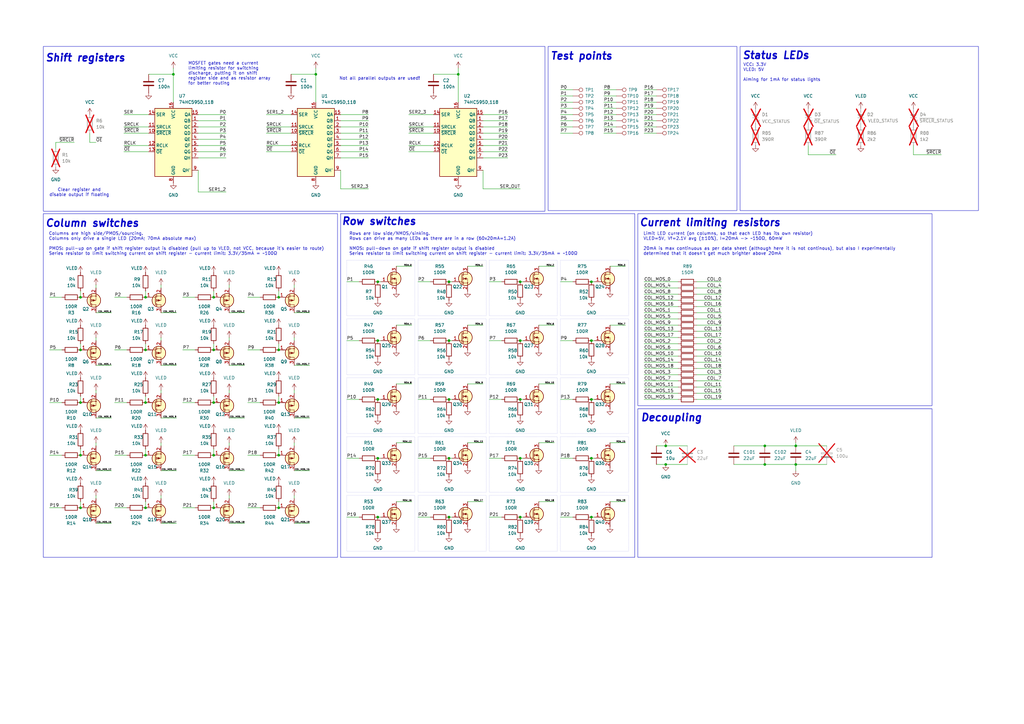
<source format=kicad_sch>
(kicad_sch (version 20231120) (generator "eeschema") (generator_version "8.0")
  (paper "A3")
  (junction (at 213.36 212.09))
  (junction (at 114.3 121.92))
  (junction (at 33.02 121.92))
  (junction (at 313.69 182.88))
  (junction (at 184.15 115.57))
  (junction (at 59.69 165.1))
  (junction (at 71.12 30.48))
  (junction (at 242.57 212.09))
  (junction (at 114.3 208.28))
  (junction (at 242.57 163.83))
  (junction (at 87.63 165.1))
  (junction (at 213.36 139.7))
  (junction (at 87.63 121.92))
  (junction (at 213.36 163.83))
  (junction (at 184.15 187.96))
  (junction (at 129.54 30.48))
  (junction (at 273.05 190.5))
  (junction (at 313.69 190.5))
  (junction (at 326.39 182.88))
  (junction (at 87.63 186.69))
  (junction (at 114.3 186.69))
  (junction (at 114.3 165.1))
  (junction (at 184.15 163.83))
  (junction (at 187.96 30.48))
  (junction (at 242.57 187.96))
  (junction (at 114.3 143.51))
  (junction (at 184.15 212.09))
  (junction (at 87.63 143.51))
  (junction (at 242.57 139.7))
  (junction (at 184.15 139.7))
  (junction (at 154.94 212.09))
  (junction (at 33.02 143.51))
  (junction (at 33.02 165.1))
  (junction (at 213.36 115.57))
  (junction (at 213.36 187.96))
  (junction (at 242.57 115.57))
  (junction (at 33.02 186.69))
  (junction (at 59.69 186.69))
  (junction (at 154.94 187.96))
  (junction (at 273.05 182.88))
  (junction (at 154.94 139.7))
  (junction (at 326.39 190.5))
  (junction (at 87.63 208.28))
  (junction (at 59.69 121.92))
  (junction (at 59.69 143.51))
  (junction (at 154.94 163.83))
  (junction (at 154.94 115.57))
  (junction (at 59.69 208.28))
  (junction (at 33.02 208.28))
  (wire (pts (xy 33.02 205.74) (xy 33.02 208.28)))
  (wire (pts (xy 285.75 143.51) (xy 295.91 143.51)))
  (wire (pts (xy 87.63 162.56) (xy 87.63 165.1)))
  (wire (pts (xy 285.75 118.11) (xy 295.91 118.11)))
  (wire (pts (xy 66.04 181.61) (xy 66.04 182.88)))
  (wire (pts (xy 87.63 184.15) (xy 87.63 186.69)))
  (wire (pts (xy 285.75 115.57) (xy 295.91 115.57)))
  (wire (pts (xy 243.84 139.7) (xy 242.57 139.7)))
  (wire (pts (xy 74.93 143.51) (xy 80.01 143.51)))
  (wire (pts (xy 264.16 120.65) (xy 278.13 120.65)))
  (wire (pts (xy 50.8 62.23) (xy 60.96 62.23)))
  (wire (pts (xy 250.19 205.74) (xy 256.54 205.74)))
  (wire (pts (xy 46.99 186.69) (xy 52.07 186.69)))
  (wire (pts (xy 185.42 115.57) (xy 184.15 115.57)))
  (wire (pts (xy 93.98 149.86) (xy 100.33 149.86)))
  (wire (pts (xy 93.98 203.2) (xy 93.98 204.47)))
  (wire (pts (xy 285.75 151.13) (xy 295.91 151.13)))
  (wire (pts (xy 177.8 30.48) (xy 187.96 30.48)))
  (wire (pts (xy 39.37 138.43) (xy 39.37 139.7)))
  (wire (pts (xy 156.21 212.09) (xy 154.94 212.09)))
  (wire (pts (xy 234.95 41.91) (xy 229.87 41.91)))
  (wire (pts (xy 50.8 54.61) (xy 60.96 54.61)))
  (wire (pts (xy 120.65 128.27) (xy 127 128.27)))
  (wire (pts (xy 264.16 146.05) (xy 278.13 146.05)))
  (wire (pts (xy 200.66 163.83) (xy 205.74 163.83)))
  (wire (pts (xy 142.24 212.09) (xy 147.32 212.09)))
  (wire (pts (xy 167.64 54.61) (xy 177.8 54.61)))
  (wire (pts (xy 87.63 119.38) (xy 87.63 121.92)))
  (wire (pts (xy 139.7 49.53) (xy 151.13 49.53)))
  (wire (pts (xy 243.84 163.83) (xy 242.57 163.83)))
  (wire (pts (xy 93.98 160.02) (xy 93.98 161.29)))
  (wire (pts (xy 234.95 49.53) (xy 229.87 49.53)))
  (wire (pts (xy 220.98 133.35) (xy 227.33 133.35)))
  (wire (pts (xy 129.54 30.48) (xy 129.54 41.91)))
  (wire (pts (xy 20.32 143.51) (xy 25.4 143.51)))
  (wire (pts (xy 87.63 140.97) (xy 87.63 143.51)))
  (wire (pts (xy 326.39 193.04) (xy 326.39 190.5)))
  (wire (pts (xy 229.87 115.57) (xy 234.95 115.57)))
  (wire (pts (xy 156.21 115.57) (xy 154.94 115.57)))
  (wire (pts (xy 300.99 182.88) (xy 313.69 182.88)))
  (wire (pts (xy 191.77 205.74) (xy 198.12 205.74)))
  (wire (pts (xy 220.98 109.22) (xy 227.33 109.22)))
  (wire (pts (xy 185.42 212.09) (xy 184.15 212.09)))
  (wire (pts (xy 264.16 140.97) (xy 278.13 140.97)))
  (wire (pts (xy 36.83 54.61) (xy 36.83 58.42)))
  (wire (pts (xy 46.99 121.92) (xy 52.07 121.92)))
  (wire (pts (xy 185.42 139.7) (xy 184.15 139.7)))
  (wire (pts (xy 120.65 181.61) (xy 120.65 182.88)))
  (wire (pts (xy 326.39 181.61) (xy 326.39 182.88)))
  (wire (pts (xy 285.75 138.43) (xy 295.91 138.43)))
  (wire (pts (xy 250.19 181.61) (xy 256.54 181.61)))
  (wire (pts (xy 264.16 133.35) (xy 278.13 133.35)))
  (wire (pts (xy 285.75 153.67) (xy 295.91 153.67)))
  (wire (pts (xy 81.28 78.74) (xy 92.71 78.74)))
  (wire (pts (xy 187.96 27.94) (xy 187.96 30.48)))
  (wire (pts (xy 313.69 182.88) (xy 326.39 182.88)))
  (wire (pts (xy 33.02 184.15) (xy 33.02 186.69)))
  (wire (pts (xy 252.73 46.99) (xy 247.65 46.99)))
  (wire (pts (xy 285.75 130.81) (xy 295.91 130.81)))
  (wire (pts (xy 81.28 59.69) (xy 92.71 59.69)))
  (wire (pts (xy 22.86 58.42) (xy 30.48 58.42)))
  (wire (pts (xy 50.8 59.69) (xy 60.96 59.69)))
  (wire (pts (xy 313.69 190.5) (xy 326.39 190.5)))
  (wire (pts (xy 109.22 46.99) (xy 119.38 46.99)))
  (wire (pts (xy 185.42 163.83) (xy 184.15 163.83)))
  (wire (pts (xy 269.24 44.45) (xy 264.16 44.45)))
  (wire (pts (xy 229.87 212.09) (xy 234.95 212.09)))
  (wire (pts (xy 39.37 203.2) (xy 39.37 204.47)))
  (wire (pts (xy 142.24 163.83) (xy 147.32 163.83)))
  (wire (pts (xy 198.12 46.99) (xy 208.28 46.99)))
  (wire (pts (xy 33.02 140.97) (xy 33.02 143.51)))
  (wire (pts (xy 60.96 30.48) (xy 71.12 30.48)))
  (wire (pts (xy 264.16 123.19) (xy 278.13 123.19)))
  (wire (pts (xy 66.04 116.84) (xy 66.04 118.11)))
  (wire (pts (xy 264.16 135.89) (xy 278.13 135.89)))
  (wire (pts (xy 220.98 181.61) (xy 227.33 181.61)))
  (wire (pts (xy 46.99 143.51) (xy 52.07 143.51)))
  (wire (pts (xy 120.65 116.84) (xy 120.65 118.11)))
  (wire (pts (xy 269.24 190.5) (xy 273.05 190.5)))
  (wire (pts (xy 39.37 128.27) (xy 45.72 128.27)))
  (wire (pts (xy 129.54 27.94) (xy 129.54 30.48)))
  (wire (pts (xy 33.02 162.56) (xy 33.02 165.1)))
  (wire (pts (xy 243.84 212.09) (xy 242.57 212.09)))
  (wire (pts (xy 101.6 165.1) (xy 106.68 165.1)))
  (wire (pts (xy 81.28 46.99) (xy 92.71 46.99)))
  (wire (pts (xy 59.69 184.15) (xy 59.69 186.69)))
  (wire (pts (xy 285.75 148.59) (xy 295.91 148.59)))
  (wire (pts (xy 264.16 161.29) (xy 278.13 161.29)))
  (wire (pts (xy 285.75 135.89) (xy 295.91 135.89)))
  (wire (pts (xy 50.8 46.99) (xy 60.96 46.99)))
  (wire (pts (xy 66.04 214.63) (xy 72.39 214.63)))
  (wire (pts (xy 171.45 212.09) (xy 176.53 212.09)))
  (wire (pts (xy 74.93 165.1) (xy 80.01 165.1)))
  (wire (pts (xy 162.56 205.74) (xy 168.91 205.74)))
  (wire (pts (xy 114.3 205.74) (xy 114.3 208.28)))
  (wire (pts (xy 214.63 115.57) (xy 213.36 115.57)))
  (wire (pts (xy 81.28 54.61) (xy 92.71 54.61)))
  (wire (pts (xy 285.75 133.35) (xy 295.91 133.35)))
  (wire (pts (xy 139.7 77.47) (xy 139.7 69.85)))
  (wire (pts (xy 191.77 181.61) (xy 198.12 181.61)))
  (wire (pts (xy 101.6 121.92) (xy 106.68 121.92)))
  (wire (pts (xy 39.37 149.86) (xy 45.72 149.86)))
  (wire (pts (xy 139.7 77.47) (xy 151.13 77.47)))
  (wire (pts (xy 162.56 181.61) (xy 168.91 181.61)))
  (wire (pts (xy 198.12 52.07) (xy 208.28 52.07)))
  (wire (pts (xy 285.75 146.05) (xy 295.91 146.05)))
  (wire (pts (xy 269.24 54.61) (xy 264.16 54.61)))
  (wire (pts (xy 252.73 39.37) (xy 247.65 39.37)))
  (wire (pts (xy 243.84 187.96) (xy 242.57 187.96)))
  (wire (pts (xy 120.65 203.2) (xy 120.65 204.47)))
  (wire (pts (xy 269.24 182.88) (xy 273.05 182.88)))
  (wire (pts (xy 326.39 182.88) (xy 339.09 182.88)))
  (wire (pts (xy 191.77 133.35) (xy 198.12 133.35)))
  (wire (pts (xy 220.98 205.74) (xy 227.33 205.74)))
  (wire (pts (xy 250.19 133.35) (xy 256.54 133.35)))
  (wire (pts (xy 191.77 157.48) (xy 198.12 157.48)))
  (wire (pts (xy 234.95 44.45) (xy 229.87 44.45)))
  (wire (pts (xy 300.99 190.5) (xy 313.69 190.5)))
  (wire (pts (xy 59.69 205.74) (xy 59.69 208.28)))
  (wire (pts (xy 101.6 186.69) (xy 106.68 186.69)))
  (wire (pts (xy 109.22 59.69) (xy 119.38 59.69)))
  (wire (pts (xy 229.87 163.83) (xy 234.95 163.83)))
  (wire (pts (xy 74.93 208.28) (xy 80.01 208.28)))
  (wire (pts (xy 264.16 163.83) (xy 278.13 163.83)))
  (wire (pts (xy 285.75 123.19) (xy 295.91 123.19)))
  (wire (pts (xy 285.75 163.83) (xy 295.91 163.83)))
  (wire (pts (xy 264.16 138.43) (xy 278.13 138.43)))
  (wire (pts (xy 156.21 187.96) (xy 154.94 187.96)))
  (wire (pts (xy 198.12 62.23) (xy 208.28 62.23)))
  (wire (pts (xy 81.28 49.53) (xy 92.71 49.53)))
  (wire (pts (xy 93.98 116.84) (xy 93.98 118.11)))
  (wire (pts (xy 285.75 161.29) (xy 295.91 161.29)))
  (wire (pts (xy 285.75 128.27) (xy 295.91 128.27)))
  (wire (pts (xy 74.93 186.69) (xy 80.01 186.69)))
  (wire (pts (xy 156.21 139.7) (xy 154.94 139.7)))
  (wire (pts (xy 39.37 214.63) (xy 45.72 214.63)))
  (wire (pts (xy 139.7 52.07) (xy 151.13 52.07)))
  (wire (pts (xy 331.47 63.5) (xy 342.9 63.5)))
  (wire (pts (xy 120.65 214.63) (xy 127 214.63)))
  (wire (pts (xy 66.04 203.2) (xy 66.04 204.47)))
  (wire (pts (xy 264.16 153.67) (xy 278.13 153.67)))
  (wire (pts (xy 269.24 39.37) (xy 264.16 39.37)))
  (wire (pts (xy 139.7 57.15) (xy 151.13 57.15)))
  (wire (pts (xy 200.66 212.09) (xy 205.74 212.09)))
  (wire (pts (xy 234.95 39.37) (xy 229.87 39.37)))
  (wire (pts (xy 139.7 54.61) (xy 151.13 54.61)))
  (wire (pts (xy 252.73 49.53) (xy 247.65 49.53)))
  (wire (pts (xy 234.95 36.83) (xy 229.87 36.83)))
  (wire (pts (xy 59.69 140.97) (xy 59.69 143.51)))
  (wire (pts (xy 81.28 57.15) (xy 92.71 57.15)))
  (wire (pts (xy 269.24 52.07) (xy 264.16 52.07)))
  (wire (pts (xy 120.65 160.02) (xy 120.65 161.29)))
  (wire (pts (xy 198.12 54.61) (xy 208.28 54.61)))
  (wire (pts (xy 187.96 30.48) (xy 187.96 41.91)))
  (wire (pts (xy 87.63 205.74) (xy 87.63 208.28)))
  (wire (pts (xy 39.37 116.84) (xy 39.37 118.11)))
  (wire (pts (xy 59.69 119.38) (xy 59.69 121.92)))
  (wire (pts (xy 66.04 160.02) (xy 66.04 161.29)))
  (wire (pts (xy 264.16 118.11) (xy 278.13 118.11)))
  (wire (pts (xy 264.16 156.21) (xy 278.13 156.21)))
  (wire (pts (xy 331.47 63.5) (xy 331.47 59.69)))
  (wire (pts (xy 39.37 171.45) (xy 45.72 171.45)))
  (wire (pts (xy 139.7 46.99) (xy 151.13 46.99)))
  (wire (pts (xy 114.3 119.38) (xy 114.3 121.92)))
  (wire (pts (xy 93.98 181.61) (xy 93.98 182.88)))
  (wire (pts (xy 120.65 171.45) (xy 127 171.45)))
  (wire (pts (xy 81.28 52.07) (xy 92.71 52.07)))
  (wire (pts (xy 281.94 182.88) (xy 273.05 182.88)))
  (wire (pts (xy 156.21 163.83) (xy 154.94 163.83)))
  (wire (pts (xy 119.38 30.48) (xy 129.54 30.48)))
  (wire (pts (xy 162.56 109.22) (xy 168.91 109.22)))
  (wire (pts (xy 252.73 52.07) (xy 247.65 52.07)))
  (wire (pts (xy 39.37 193.04) (xy 45.72 193.04)))
  (wire (pts (xy 167.64 46.99) (xy 177.8 46.99)))
  (wire (pts (xy 114.3 140.97) (xy 114.3 143.51)))
  (wire (pts (xy 234.95 52.07) (xy 229.87 52.07)))
  (wire (pts (xy 252.73 54.61) (xy 247.65 54.61)))
  (wire (pts (xy 120.65 149.86) (xy 127 149.86)))
  (wire (pts (xy 281.94 190.5) (xy 273.05 190.5)))
  (wire (pts (xy 243.84 115.57) (xy 242.57 115.57)))
  (wire (pts (xy 71.12 30.48) (xy 71.12 41.91)))
  (wire (pts (xy 139.7 59.69) (xy 151.13 59.69)))
  (wire (pts (xy 71.12 27.94) (xy 71.12 30.48)))
  (wire (pts (xy 264.16 125.73) (xy 278.13 125.73)))
  (wire (pts (xy 81.28 62.23) (xy 92.71 62.23)))
  (wire (pts (xy 93.98 214.63) (xy 100.33 214.63)))
  (wire (pts (xy 264.16 158.75) (xy 278.13 158.75)))
  (wire (pts (xy 285.75 156.21) (xy 295.91 156.21)))
  (wire (pts (xy 269.24 49.53) (xy 264.16 49.53)))
  (wire (pts (xy 198.12 77.47) (xy 213.36 77.47)))
  (wire (pts (xy 200.66 187.96) (xy 205.74 187.96)))
  (wire (pts (xy 142.24 115.57) (xy 147.32 115.57)))
  (wire (pts (xy 250.19 109.22) (xy 256.54 109.22)))
  (wire (pts (xy 114.3 162.56) (xy 114.3 165.1)))
  (wire (pts (xy 171.45 187.96) (xy 176.53 187.96)))
  (wire (pts (xy 50.8 52.07) (xy 60.96 52.07)))
  (wire (pts (xy 39.37 58.42) (xy 36.83 58.42)))
  (wire (pts (xy 252.73 44.45) (xy 247.65 44.45)))
  (wire (pts (xy 264.16 115.57) (xy 278.13 115.57)))
  (wire (pts (xy 374.65 63.5) (xy 374.65 59.69)))
  (wire (pts (xy 139.7 62.23) (xy 151.13 62.23)))
  (wire (pts (xy 264.16 128.27) (xy 278.13 128.27)))
  (wire (pts (xy 214.63 139.7) (xy 213.36 139.7)))
  (wire (pts (xy 66.04 138.43) (xy 66.04 139.7)))
  (wire (pts (xy 167.64 59.69) (xy 177.8 59.69)))
  (wire (pts (xy 74.93 121.92) (xy 80.01 121.92)))
  (wire (pts (xy 93.98 171.45) (xy 100.33 171.45)))
  (wire (pts (xy 93.98 193.04) (xy 100.33 193.04)))
  (wire (pts (xy 93.98 138.43) (xy 93.98 139.7)))
  (wire (pts (xy 142.24 139.7) (xy 147.32 139.7)))
  (wire (pts (xy 33.02 119.38) (xy 33.02 121.92)))
  (wire (pts (xy 142.24 187.96) (xy 147.32 187.96)))
  (wire (pts (xy 234.95 46.99) (xy 229.87 46.99)))
  (wire (pts (xy 167.64 52.07) (xy 177.8 52.07)))
  (wire (pts (xy 200.66 139.7) (xy 205.74 139.7)))
  (wire (pts (xy 285.75 125.73) (xy 295.91 125.73)))
  (wire (pts (xy 81.28 64.77) (xy 92.71 64.77)))
  (wire (pts (xy 252.73 41.91) (xy 247.65 41.91)))
  (wire (pts (xy 326.39 190.5) (xy 339.09 190.5)))
  (wire (pts (xy 269.24 41.91) (xy 264.16 41.91)))
  (wire (pts (xy 20.32 208.28) (xy 25.4 208.28)))
  (wire (pts (xy 81.28 78.74) (xy 81.28 69.85)))
  (wire (pts (xy 264.16 151.13) (xy 278.13 151.13)))
  (wire (pts (xy 109.22 62.23) (xy 119.38 62.23)))
  (wire (pts (xy 20.32 186.69) (xy 25.4 186.69)))
  (wire (pts (xy 66.04 171.45) (xy 72.39 171.45)))
  (wire (pts (xy 264.16 143.51) (xy 278.13 143.51)))
  (wire (pts (xy 39.37 181.61) (xy 39.37 182.88)))
  (wire (pts (xy 285.75 120.65) (xy 295.91 120.65)))
  (wire (pts (xy 66.04 193.04) (xy 72.39 193.04)))
  (wire (pts (xy 229.87 139.7) (xy 234.95 139.7)))
  (wire (pts (xy 250.19 157.48) (xy 256.54 157.48)))
  (wire (pts (xy 101.6 208.28) (xy 106.68 208.28)))
  (wire (pts (xy 374.65 63.5) (xy 386.08 63.5)))
  (wire (pts (xy 214.63 187.96) (xy 213.36 187.96)))
  (wire (pts (xy 285.75 140.97) (xy 295.91 140.97)))
  (wire (pts (xy 185.42 187.96) (xy 184.15 187.96)))
  (wire (pts (xy 171.45 163.83) (xy 176.53 163.83)))
  (wire (pts (xy 198.12 57.15) (xy 208.28 57.15)))
  (wire (pts (xy 214.63 212.09) (xy 213.36 212.09)))
  (wire (pts (xy 120.65 138.43) (xy 120.65 139.7)))
  (wire (pts (xy 269.24 36.83) (xy 264.16 36.83)))
  (wire (pts (xy 109.22 52.07) (xy 119.38 52.07)))
  (wire (pts (xy 229.87 187.96) (xy 234.95 187.96)))
  (wire (pts (xy 198.12 49.53) (xy 208.28 49.53)))
  (wire (pts (xy 234.95 54.61) (xy 229.87 54.61)))
  (wire (pts (xy 139.7 64.77) (xy 151.13 64.77)))
  (wire (pts (xy 171.45 139.7) (xy 176.53 139.7)))
  (wire (pts (xy 214.63 163.83) (xy 213.36 163.83)))
  (wire (pts (xy 46.99 208.28) (xy 52.07 208.28)))
  (wire (pts (xy 220.98 157.48) (xy 227.33 157.48)))
  (wire (pts (xy 167.64 62.23) (xy 177.8 62.23)))
  (wire (pts (xy 109.22 54.61) (xy 119.38 54.61)))
  (wire (pts (xy 114.3 184.15) (xy 114.3 186.69)))
  (wire (pts (xy 66.04 149.86) (xy 72.39 149.86)))
  (wire (pts (xy 198.12 64.77) (xy 208.28 64.77)))
  (wire (pts (xy 198.12 77.47) (xy 198.12 69.85)))
  (wire (pts (xy 269.24 46.99) (xy 264.16 46.99)))
  (wire (pts (xy 252.73 36.83) (xy 247.65 36.83)))
  (wire (pts (xy 20.32 165.1) (xy 25.4 165.1)))
  (wire (pts (xy 171.45 115.57) (xy 176.53 115.57)))
  (wire (pts (xy 162.56 157.48) (xy 168.91 157.48)))
  (wire (pts (xy 20.32 121.92) (xy 25.4 121.92)))
  (wire (pts (xy 200.66 115.57) (xy 205.74 115.57)))
  (wire (pts (xy 198.12 59.69) (xy 208.28 59.69)))
  (wire (pts (xy 46.99 165.1) (xy 52.07 165.1)))
  (wire (pts (xy 59.69 162.56) (xy 59.69 165.1)))
  (wire (pts (xy 101.6 143.51) (xy 106.68 143.51)))
  (wire (pts (xy 191.77 109.22) (xy 198.12 109.22)))
  (wire (pts (xy 264.16 130.81) (xy 278.13 130.81)))
  (wire (pts (xy 162.56 133.35) (xy 168.91 133.35)))
  (wire (pts (xy 22.86 60.96) (xy 22.86 58.42)))
  (wire (pts (xy 66.04 128.27) (xy 72.39 128.27)))
  (wire (pts (xy 120.65 193.04) (xy 127 193.04)))
  (wire (pts (xy 264.16 148.59) (xy 278.13 148.59)))
  (wire (pts (xy 285.75 158.75) (xy 295.91 158.75)))
  (wire (pts (xy 93.98 128.27) (xy 100.33 128.27)))
  (wire (pts (xy 39.37 160.02) (xy 39.37 161.29)))
  (rectangle (start 139.7 87.63) (end 260.35 228.6))
  (rectangle (start 142.24 154.94) (end 170.18 177.8) (stroke (width 0.1) (type dot)))
  (rectangle (start 200.66 179.07) (end 228.6 201.93) (stroke (width 0.1) (type dot)))
  (rectangle (start 171.45 106.68) (end 199.39 129.54) (stroke (width 0.1) (type dot)))
  (rectangle (start 17.78 87.63) (end 138.43 228.6))
  (rectangle (start 229.87 106.68) (end 257.81 129.54) (stroke (width 0.1) (type dot)))
  (rectangle (start 171.45 154.94) (end 199.39 177.8) (stroke (width 0.1) (type dot)))
  (rectangle (start 200.66 203.2) (end 228.6 226.06) (stroke (width 0.1) (type dot)))
  (rectangle (start 200.66 130.81) (end 228.6 153.67) (stroke (width 0.1) (type dot)))
  (rectangle (start 171.45 203.2) (end 199.39 226.06) (stroke (width 0.1) (type dot)))
  (rectangle (start 303.53 19.05) (end 401.32 86.36))
  (rectangle (start 142.24 106.68) (end 170.18 129.54) (stroke (width 0.1) (type dot)))
  (rectangle (start 17.78 19.05) (end 223.52 86.614))
  (rectangle (start 142.24 203.2) (end 170.18 226.06) (stroke (width 0.1) (type dot)))
  (rectangle (start 229.87 179.07) (end 257.81 201.93) (stroke (width 0.1) (type dot)))
  (rectangle (start 261.62 87.63) (end 382.27 166.37))
  (rectangle (start 200.66 154.94) (end 228.6 177.8) (stroke (width 0.1) (type dot)))
  (rectangle (start 229.87 130.81) (end 257.81 153.67) (stroke (width 0.1) (type dot)))
  (rectangle (start 200.66 106.68) (end 228.6 129.54) (stroke (width 0.1) (type dot)))
  (rectangle (start 171.45 130.81) (end 199.39 153.67) (stroke (width 0.1) (type dot)))
  (rectangle (start 142.24 179.07) (end 170.18 201.93) (stroke (width 0.1) (type dot)))
  (rectangle (start 224.79 19.05) (end 302.26 86.36))
  (rectangle (start 261.62 167.64) (end 382.27 228.6))
  (rectangle (start 171.45 179.07) (end 199.39 201.93) (stroke (width 0.1) (type dot)))
  (rectangle (start 229.87 154.94) (end 257.81 177.8) (stroke (width 0.1) (type dot)))
  (rectangle (start 229.87 203.2) (end 257.81 226.06) (stroke (width 0.1) (type dot)))
  (rectangle (start 142.24 130.81) (end 170.18 153.67) (stroke (width 0.1) (type dot)))
  (text_box "Rows are low side/NMOS/sinking.\nRows can drive as many LEDs as there are in a row (60x20mA=1.2A)\n\nNMOS: pull-down on gate if shift register output is disabled\nSeries resistor to limit switching current on shift register - current limit: 3.3V/35mA = ~100Ω" (at 142.24 93.98 0) (size 116.84 10.16) (stroke (width -0.0001)) (effects (font (size 1.27 1.27)) (justify left top)))
  (text_box "Columns are high side/PMOS/sourcing.\nColumns only drive a single LED (20mA; 70mA absolute max)\n\nPMOS: pull-up on gate if shift register output is disabled (pull up to VLED, not VCC, because it's easier to route)\nSeries resistor to limit switching current on shift register - current limit: 3.3V/35mA = ~100Ω" (at 19.05 93.98 0) (size 116.84 12.7) (stroke (width -0.0001)) (effects (font (size 1.27 1.27)) (justify left top)))
  (text_box "Limit LED current (on columns, so that each LED has its own resistor)\nVLED=5V, Vf=2.1V avg (±10%), I=20mA -> ~150Ω, 60mW\n\n20mA is max continuous as per data sheet (although here it is not continous), but also I experimentally determined that it doesn't get much brighter above 20mA" (at 262.89 93.98 0) (size 106.68 8.89) (stroke (width -0.0001)) (effects (font (size 1.27 1.27)) (justify left top)))
  (text_box "MOSFET gates need a current limiting resistor for switching discharge, putting it on shift register side and as resistor array for better routing" (at 76.2 24.13 0) (size 38.1 11.43) (stroke (width -0.0001)) (effects (font (size 1.27 1.27)) (justify left top)))
  (text "Not all parallel outputs are used!" (at 155.702 32.258 0) (effects (font (size 1.27 1.27))))
  (text "Test points" (at 238.506 23.114 0) (effects (font (size 3 3) (thickness 0.6) (bold yes) (italic yes))))
  (text "Shift registers" (at 35.052 23.876 0) (effects (font (size 3 3) (thickness 0.6) (bold yes) (italic yes))))
  (text "Row switches" (at 155.448 90.932 0) (effects (font (size 3 3) (thickness 0.6) (bold yes) (italic yes))))
  (text "Status LEDs" (at 318.262 22.86 0) (effects (font (size 3 3) (thickness 0.6) (bold yes) (italic yes))))
  (text "Decoupling" (at 262.636 171.45 0) (effects (font (size 3 3) (thickness 0.6) (bold yes) (italic yes)) (justify left)))
  (text "VCC: 3.3V\nVLED: 5V\n\nAiming for 1mA for status lights" (at 304.8 25.908 0) (effects (font (size 1.27 1.27)) (justify left top)))
  (text "Current limiting resistors" (at 262.128 91.44 0) (effects (font (size 3 3) (thickness 0.6) (bold yes) (italic yes)) (justify left)))
  (text "Column switches" (at 37.846 91.694 0) (effects (font (size 3 3) (thickness 0.6) (bold yes) (italic yes))))
  (text "Clear register and\ndisable output if floating" (at 32.512 78.994 0) (effects (font (size 1.27 1.27))))
  (label "COL_16" (at 295.91 125.73 180))
  (label "ROW_11" (at 256.54 157.48 180) (effects (font (size 0.625 0.625))))
  (label "P1" (at 142.24 115.57 0))
  (label "ROW_1" (at 198.12 109.22 180) (effects (font (size 0.625 0.625))))
  (label "P3" (at 200.66 115.57 0))
  (label "COL_MOS_14" (at 100.33 193.04 180) (effects (font (size 0.625 0.625))))
  (label "SRCLK" (at 50.8 52.07 0))
  (label "~{SRCLR}" (at 50.8 54.61 0))
  (label "ROW_4" (at 168.91 133.35 180) (effects (font (size 0.625 0.625))))
  (label "COL_MOS_3" (at 127 128.27 180) (effects (font (size 0.625 0.625))))
  (label "COL_MOS_17" (at 72.39 214.63 180) (effects (font (size 0.625 0.625))))
  (label "P21" (at 264.16 49.53 0))
  (label "P18" (at 208.28 52.07 180))
  (label "COL_MOS_19" (at 264.16 163.83 0))
  (label "P16" (at 264.16 36.83 0))
  (label "~{SRCLR}" (at 167.64 54.61 0))
  (label "P13" (at 247.65 49.53 0))
  (label "COL_10" (at 295.91 146.05 180))
  (label "P8" (at 247.65 36.83 0))
  (label "P9" (at 229.87 139.7 0))
  (label "P22" (at 264.16 52.07 0))
  (label "ROW_16" (at 168.91 205.74 180) (effects (font (size 0.625 0.625))))
  (label "COL_4" (at 295.91 118.11 180))
  (label "ROW_13" (at 198.12 181.61 180) (effects (font (size 0.625 0.625))))
  (label "P20" (at 264.16 46.99 0))
  (label "COL_MOS_15" (at 127 193.04 180) (effects (font (size 0.625 0.625))))
  (label "P22" (at 101.6 208.28 0))
  (label "P21" (at 74.93 208.28 0))
  (label "~{OE}" (at 342.9 63.5 180))
  (label "~{SRCLR}" (at 30.48 58.42 180))
  (label "P20" (at 208.28 57.15 180))
  (label "ROW_5" (at 198.12 133.35 180) (effects (font (size 0.625 0.625))))
  (label "~{OE}" (at 39.37 58.42 0))
  (label "COL_MOS_2" (at 264.16 140.97 0))
  (label "~{OE}" (at 167.64 62.23 0))
  (label "ROW_7" (at 256.54 133.35 180) (effects (font (size 0.625 0.625))))
  (label "COL_MOS_10" (at 264.16 146.05 0))
  (label "ROW_10" (at 227.33 157.48 180) (effects (font (size 0.625 0.625))))
  (label "P6" (at 229.87 52.07 0))
  (label "P4" (at 92.71 57.15 180))
  (label "ROW_17" (at 198.12 205.74 180) (effects (font (size 0.625 0.625))))
  (label "RCLK" (at 50.8 59.69 0))
  (label "ROW_9" (at 198.12 157.48 180) (effects (font (size 0.625 0.625))))
  (label "SER_OUT" (at 213.36 77.47 180))
  (label "P1" (at 229.87 39.37 0))
  (label "P14" (at 20.32 186.69 0))
  (label "ROW_15" (at 256.54 181.61 180) (effects (font (size 0.625 0.625))))
  (label "P3" (at 92.71 54.61 180))
  (label "P22" (at 229.87 212.09 0))
  (label "P3" (at 74.93 121.92 0))
  (label "P4" (at 101.6 121.92 0))
  (label "COL_3" (at 295.91 153.67 180))
  (label "P12" (at 247.65 46.99 0))
  (label "P15" (at 171.45 187.96 0))
  (label "P7" (at 200.66 139.7 0))
  (label "COL_0" (at 295.91 115.57 180))
  (label "P18" (at 229.87 187.96 0))
  (label "COL_14" (at 295.91 148.59 180))
  (label "SER2_3" (at 151.13 77.47 180))
  (label "P12" (at 151.13 57.15 180))
  (label "COL_5" (at 295.91 130.81 180))
  (label "P11" (at 171.45 163.83 0))
  (label "P23" (at 264.16 54.61 0))
  (label "P0" (at 229.87 36.83 0))
  (label "COL_8" (at 295.91 120.65 180))
  (label "P17" (at 200.66 187.96 0))
  (label "COL_7" (at 295.91 156.21 180))
  (label "COL_MOS_11" (at 127 171.45 180) (effects (font (size 0.625 0.625))))
  (label "COL_MOS_12" (at 45.72 193.04 180) (effects (font (size 0.625 0.625))))
  (label "P1" (at 20.32 121.92 0))
  (label "P6" (at 171.45 139.7 0))
  (label "COL_MOS_15" (at 264.16 161.29 0))
  (label "COL_MOS_3" (at 264.16 153.67 0))
  (label "P16" (at 208.28 46.99 180))
  (label "COL_MOS_9" (at 72.39 171.45 180) (effects (font (size 0.625 0.625))))
  (label "COL_MOS_0" (at 264.16 115.57 0))
  (label "~{SRCLR}" (at 109.22 54.61 0))
  (label "RCLK" (at 109.22 59.69 0))
  (label "P2" (at 171.45 115.57 0))
  (label "COL_11" (at 295.91 158.75 180))
  (label "P7" (at 74.93 143.51 0))
  (label "COL_MOS_12" (at 264.16 123.19 0))
  (label "COL_MOS_4" (at 264.16 118.11 0))
  (label "P14" (at 247.65 52.07 0))
  (label "SER1_2" (at 92.71 78.74 180))
  (label "ROW_3" (at 256.54 109.22 180) (effects (font (size 0.625 0.625))))
  (label "P3" (at 229.87 44.45 0))
  (label "P5" (at 20.32 143.51 0))
  (label "P0" (at 92.71 46.99 180))
  (label "SRCLK" (at 167.64 52.07 0))
  (label "P17" (at 74.93 186.69 0))
  (label "COL_MOS_10" (at 100.33 171.45 180) (effects (font (size 0.625 0.625))))
  (label "P13" (at 229.87 163.83 0))
  (label "COL_15" (at 295.91 161.29 180))
  (label "COL_MOS_14" (at 264.16 148.59 0))
  (label "COL_MOS_2" (at 100.33 128.27 180) (effects (font (size 0.625 0.625))))
  (label "P5" (at 92.71 59.69 180))
  (label "COL_1" (at 295.91 128.27 180))
  (label "P15" (at 46.99 186.69 0))
  (label "P19" (at 20.32 208.28 0))
  (label "P19" (at 264.16 44.45 0))
  (label "~{OE}" (at 50.8 62.23 0))
  (label "P8" (at 151.13 46.99 180))
  (label "COL_MOS_5" (at 264.16 130.81 0))
  (label "P15" (at 247.65 54.61 0))
  (label "COL_MOS_17" (at 264.16 138.43 0))
  (label "P21" (at 200.66 212.09 0))
  (label "P18" (at 264.16 41.91 0))
  (label "COL_MOS_9" (at 264.16 133.35 0))
  (label "COL_9" (at 295.91 133.35 180))
  (label "COL_MOS_8" (at 264.16 120.65 0))
  (label "COL_12" (at 295.91 123.19 180))
  (label "COL_MOS_6" (at 264.16 143.51 0))
  (label "P23" (at 208.28 64.77 180))
  (label "ROW_2" (at 227.33 109.22 180) (effects (font (size 0.625 0.625))))
  (label "COL_MOS_16" (at 264.16 125.73 0))
  (label "COL_MOS_5" (at 72.39 149.86 180) (effects (font (size 0.625 0.625))))
  (label "P1" (at 92.71 49.53 180))
  (label "COL_MOS_7" (at 264.16 156.21 0))
  (label "ROW_12" (at 168.91 181.61 180) (effects (font (size 0.625 0.625))))
  (label "P6" (at 46.99 143.51 0))
  (label "COL_17" (at 295.91 138.43 180))
  (label "~{OE}" (at 109.22 62.23 0))
  (label "SER2_3" (at 167.64 46.99 0))
  (label "P5" (at 229.87 49.53 0))
  (label "P14" (at 151.13 62.23 180))
  (label "COL_MOS_1" (at 72.39 128.27 180) (effects (font (size 0.625 0.625))))
  (label "COL_18" (at 295.91 151.13 180))
  (label "P11" (at 46.99 165.1 0))
  (label "COL_MOS_0" (at 45.72 128.27 180) (effects (font (size 0.625 0.625))))
  (label "P13" (at 101.6 165.1 0))
  (label "COL_MOS_13" (at 264.16 135.89 0))
  (label "COL_MOS_19" (at 127 214.63 180) (effects (font (size 0.625 0.625))))
  (label "COL_6" (at 295.91 143.51 180))
  (label "P9" (at 101.6 143.51 0))
  (label "P2" (at 229.87 41.91 0))
  (label "P2" (at 46.99 121.92 0))
  (label "P10" (at 142.24 163.83 0))
  (label "COL_MOS_4" (at 45.72 149.86 180) (effects (font (size 0.625 0.625))))
  (label "P7" (at 229.87 54.61 0))
  (label "COL_MOS_18" (at 264.16 151.13 0))
  (label "SER1_2" (at 109.22 46.99 0))
  (label "SRCLK" (at 109.22 52.07 0))
  (label "ROW_0" (at 168.91 109.22 180) (effects (font (size 0.625 0.625))))
  (label "RCLK" (at 167.64 59.69 0))
  (label "P10" (at 20.32 165.1 0))
  (label "P12" (at 74.93 165.1 0))
  (label "P20" (at 46.99 208.28 0))
  (label "P17" (at 264.16 39.37 0))
  (label "COL_MOS_1" (at 264.16 128.27 0))
  (label "P9" (at 151.13 49.53 180))
  (label "ROW_18" (at 227.33 205.74 180) (effects (font (size 0.625 0.625))))
  (label "P6" (at 92.71 62.23 180))
  (label "P10" (at 151.13 52.07 180))
  (label "COL_MOS_16" (at 45.72 214.63 180) (effects (font (size 0.625 0.625))))
  (label "P7" (at 92.71 64.77 180))
  (label "P18" (at 101.6 186.69 0))
  (label "COL_19" (at 295.91 163.83 180))
  (label "P4" (at 229.87 46.99 0))
  (label "P10" (at 247.65 41.91 0))
  (label "P11" (at 247.65 44.45 0))
  (label "COL_MOS_18" (at 100.33 214.63 180) (effects (font (size 0.625 0.625))))
  (label "P11" (at 151.13 54.61 180))
  (label "COL_MOS_7" (at 127 149.86 180) (effects (font (size 0.625 0.625))))
  (label "P19" (at 208.28 54.61 180))
  (label "P19" (at 142.24 212.09 0))
  (label "ROW_8" (at 168.91 157.48 180) (effects (font (size 0.625 0.625))))
  (label "P4" (at 229.87 115.57 0))
  (label "ROW_6" (at 227.33 133.35 180) (effects (font (size 0.625 0.625))))
  (label "SER" (at 50.8 46.99 0))
  (label "ROW_19" (at 256.54 205.74 180) (effects (font (size 0.625 0.625))))
  (label "COL_MOS_8" (at 45.72 171.45 180) (effects (font (size 0.625 0.625))))
  (label "P20" (at 171.45 212.09 0))
  (label "P5" (at 142.24 139.7 0))
  (label "P14" (at 142.24 187.96 0))
  (label "COL_MOS_11" (at 264.16 158.75 0))
  (label "COL_2" (at 295.91 140.97 180))
  (label "P13" (at 151.13 59.69 180))
  (label "COL_13" (at 295.91 135.89 180))
  (label "P9" (at 247.65 39.37 0))
  (label "P2" (at 92.71 52.07 180))
  (label "COL_MOS_13" (at 72.39 193.04 180) (effects (font (size 0.625 0.625))))
  (label "COL_MOS_6" (at 100.33 149.86 180) (effects (font (size 0.625 0.625))))
  (label "~{SRCLR}" (at 386.08 63.5 180))
  (label "P17" (at 208.28 49.53 180))
  (label "P12" (at 200.66 163.83 0))
  (label "P15" (at 151.13 64.77 180))
  (label "P21" (at 208.28 59.69 180))
  (label "ROW_14" (at 227.33 181.61 180) (effects (font (size 0.625 0.625))))
  (label "P22" (at 208.28 62.23 180))
  (symbol (lib_id "power:GND") (at 71.12 74.93 0) (unit 1)
    (property "Reference" "#PWR022" (effects (hide yes)))
    (property "Value" "GND" (at 71.12 80.01 0))
    (property "Description" "Power symbol creates a global label with name \"GND\" , ground" (effects (hide yes)))
  )
  (symbol (lib_id "Device:C") (at 313.69 186.69 0) (unit 1)
    (property "Reference" "C102" (at 317.5 185.4199 0) (effects (justify left)))
    (property "Value" "22uF" (at 317.5 187.9599 0) (effects (justify left)))
    (property "Footprint" "Capacitor_SMD:C_1206_3216Metric" (effects (hide yes)))
    (property "Description" "Unpolarized capacitor" (effects (hide yes)))
    (property "LCSC" "C12891" (effects (hide yes)))
  )
  (symbol (lib_id "power:GND") (at 184.15 147.32 0) (unit 1)
    (property "Reference" "#PWR064" (effects (hide yes)))
    (property "Value" "GND" (at 184.15 152.4 0))
    (property "Description" "Power symbol creates a global label with name \"GND\" , ground" (effects (hide yes)))
  )
  (symbol (lib_id "Device:R") (at 281.94 156.21 90) (unit 1)
    (property "Reference" "R105" (effects (hide yes)))
    (property "Value" "150R" (effects (hide yes)))
    (property "Footprint" "Resistor_SMD:R_0805_2012Metric" (effects (hide yes)))
    (property "Description" "Resistor" (effects (hide yes)))
  )
  (symbol (lib_id "power:VCC") (at 87.63 133.35 0) (unit 1)
    (property "Reference" "#PWR028" (effects (hide yes)))
    (property "Value" "VLED" (at 84.074 131.572 0))
    (property "Description" "Power symbol creates a global label with name \"VCC\"" (effects (hide yes)))
  )
  (symbol (lib_id "power:GND") (at 119.38 38.1 0) (unit 1)
    (property "Reference" "#PWR04" (effects (hide yes)))
    (property "Value" "GND" (effects (hide yes)))
    (property "Description" "Power symbol creates a global label with name \"GND\" , ground" (effects (hide yes)))
  )
  (symbol (lib_id "power:GND") (at 309.88 59.69 0) (unit 1)
    (property "Reference" "#PWR095" (effects (hide yes)))
    (property "Value" "GND" (effects (hide yes)))
    (property "Description" "Power symbol creates a global label with name \"GND\" , ground" (effects (hide yes)))
  )
  (symbol (lib_id "PCM_Transistor_MOSFET_AKL:Q_NMOS-E_Generic_GSD") (at 160.02 210.82 0) (unit 1)
    (property "Reference" "Q37" (at 156.464 214.122 0) (effects (justify left)))
    (property "Value" "HL2304" (effects (hide yes)))
    (property "Footprint" "PCM_Package_TO_SOT_SMD_AKL:SOT-23" (effects (hide yes)))
    (property "Datasheet" "https://datasheet.lcsc.com/lcsc/2308281515_hongjiacheng-HL2304_C7420346.pdf" (effects (hide yes)))
    (property "Description" "N-MOSFET enchancement mode transistor, generic symbol, Alternate KiCAD Library" (effects (hide yes)))
    (property "LCSC" "C7420346" (effects (hide yes)))
  )
  (symbol (lib_id "PCM_SL_Devices:LED") (at 374.65 48.26 270) (unit 1) (on_board no) (dnp yes)
    (property "Reference" "D4" (at 377.19 46.9899 90) (effects (justify left)))
    (property "Value" "KT-0805Y" (effects (hide yes)))
    (property "Footprint" "LED_SMD:LED_0805_2012Metric" (effects (hide yes)))
    (property "Description" "yellow, Vf=2.0-2.2" (effects (hide yes)))
    (property "LCSC" "C2296" (effects (hide yes)))
    (property "Name" "~{SRCLR}_STATUS" (at 384.048 49.53 90))
  )
  (symbol (lib_id "PCM_Transistor_MOSFET_AKL:Q_PMOS-E_Generic_GSD") (at 63.5 187.96 0) (unit 1)
    (property "Reference" "Q15" (at 60.452 191.516 0) (effects (justify left)))
    (property "Value" "HL2301A" (effects (hide yes)))
    (property "Footprint" "PCM_Package_TO_SOT_SMD_AKL:SOT-23" (effects (hide yes)))
    (property "Datasheet" "https://datasheet.lcsc.com/lcsc/2308281515_hongjiacheng-HL2301A_C7420344.pdf" (effects (hide yes)))
    (property "Description" "P-MOSFET enchancement mode transistor, generic symbol, Alternate KiCAD Library" (effects (hide yes)))
    (property "LCSC" "C7420344" (effects (hide yes)))
  )
  (symbol (lib_id "power:VCC") (at 114.3 154.94 0) (unit 1)
    (property "Reference" "#PWR038" (effects (hide yes)))
    (property "Value" "VLED" (at 110.744 153.162 0))
    (property "Description" "Power symbol creates a global label with name \"VCC\"" (effects (hide yes)))
  )
  (symbol (lib_id "74xx:74HC595") (at 129.54 57.15 0) (unit 1)
    (property "Reference" "U1" (at 131.7341 39.37 0) (effects (justify left)))
    (property "Value" "74HC595D,118" (at 131.7341 41.91 0) (effects (justify left)))
    (property "Footprint" "Package_SO:SO-16_3.9x9.9mm_P1.27mm" (effects (hide yes)))
    (property "Datasheet" "http://www.ti.com/lit/ds/symlink/sn74hc595.pdf" (effects (hide yes)))
    (property "Description" "8-bit serial in/out Shift Register 3-State Outputs" (effects (hide yes)))
    (property "LCSC" "C5947" (effects (hide yes)))
    (property "JLCPCB Rotation Offset" "-90" (effects (hide yes)))
  )
  (symbol (lib_id "PCM_Transistor_MOSFET_AKL:Q_PMOS-E_Generic_GSD") (at 63.5 166.37 0) (unit 1)
    (property "Reference" "Q11" (at 60.452 169.926 0) (effects (justify left)))
    (property "Value" "HL2301A" (effects (hide yes)))
    (property "Footprint" "PCM_Package_TO_SOT_SMD_AKL:SOT-23" (effects (hide yes)))
    (property "Datasheet" "https://datasheet.lcsc.com/lcsc/2308281515_hongjiacheng-HL2301A_C7420344.pdf" (effects (hide yes)))
    (property "Description" "P-MOSFET enchancement mode transistor, generic symbol, Alternate KiCAD Library" (effects (hide yes)))
    (property "LCSC" "C7420344" (effects (hide yes)))
  )
  (symbol (lib_id "Device:R") (at 209.55 115.57 270) (unit 1)
    (property "Reference" "R65" (at 209.55 109.22 90))
    (property "Value" "100R" (at 209.55 111.76 90))
    (property "Footprint" "Resistor_SMD:R_0402_1005Metric" (effects (hide yes)))
    (property "Description" "Resistor" (effects (hide yes)))
  )
  (symbol (lib_id "power:VCC") (at 39.37 138.43 0) (unit 1)
    (property "Reference" "#PWR025" (effects (hide yes)))
    (property "Value" "VLED" (at 39.37 133.35 0))
    (property "Description" "Power symbol creates a global label with name \"VCC\"" (effects (hide yes)))
  )
  (symbol (lib_id "power:GND") (at 60.96 38.1 0) (unit 1)
    (property "Reference" "#PWR020" (effects (hide yes)))
    (property "Value" "GND" (effects (hide yes)))
    (property "Description" "Power symbol creates a global label with name \"GND\" , ground" (effects (hide yes)))
  )
  (symbol (lib_id "Device:R") (at 114.3 137.16 0) (unit 1)
    (property "Reference" "R21" (at 109.474 136.144 0) (effects (justify left)))
    (property "Value" "10k" (at 108.712 138.684 0) (effects (justify left)))
    (property "Footprint" "Resistor_SMD:R_0402_1005Metric" (effects (hide yes)))
    (property "Description" "Resistor" (effects (hide yes)))
    (property "LCSC" "C25744" (effects (hide yes)))
  )
  (symbol (lib_id "PCM_Transistor_MOSFET_AKL:Q_NMOS-E_Generic_GSD") (at 218.44 138.43 0) (unit 1)
    (property "Reference" "Q27" (at 214.884 141.732 0) (effects (justify left)))
    (property "Value" "HL2304" (effects (hide yes)))
    (property "Footprint" "PCM_Package_TO_SOT_SMD_AKL:SOT-23" (effects (hide yes)))
    (property "Datasheet" "https://datasheet.lcsc.com/lcsc/2308281515_hongjiacheng-HL2304_C7420346.pdf" (effects (hide yes)))
    (property "Description" "N-MOSFET enchancement mode transistor, generic symbol, Alternate KiCAD Library" (effects (hide yes)))
    (property "LCSC" "C7420346" (effects (hide yes)))
  )
  (symbol (lib_id "power:VCC") (at 93.98 160.02 0) (unit 1)
    (property "Reference" "#PWR037" (effects (hide yes)))
    (property "Value" "VLED" (at 93.98 154.94 0))
    (property "Description" "Power symbol creates a global label with name \"VCC\"" (effects (hide yes)))
  )
  (symbol (lib_id "power:GND") (at 184.15 123.19 0) (unit 1)
    (property "Reference" "#PWR056" (effects (hide yes)))
    (property "Value" "GND" (at 184.15 128.27 0))
    (property "Description" "Power symbol creates a global label with name \"GND\" , ground" (effects (hide yes)))
  )
  (symbol (lib_id "power:VCC") (at 93.98 138.43 0) (unit 1)
    (property "Reference" "#PWR029" (effects (hide yes)))
    (property "Value" "VLED" (at 93.98 133.35 0))
    (property "Description" "Power symbol creates a global label with name \"VCC\"" (effects (hide yes)))
  )
  (symbol (lib_id "power:VCC") (at 66.04 138.43 0) (unit 1)
    (property "Reference" "#PWR027" (effects (hide yes)))
    (property "Value" "VLED" (at 66.04 133.35 0))
    (property "Description" "Power symbol creates a global label with name \"VCC\"" (effects (hide yes)))
  )
  (symbol (lib_id "Device:R") (at 180.34 163.83 270) (unit 1)
    (property "Reference" "R59" (at 180.34 157.48 90))
    (property "Value" "100R" (at 180.34 160.02 90))
    (property "Footprint" "Resistor_SMD:R_0402_1005Metric" (effects (hide yes)))
    (property "Description" "Resistor" (effects (hide yes)))
  )
  (symbol (lib_id "Device:R") (at 180.34 212.09 270) (unit 1)
    (property "Reference" "R63" (at 180.34 205.74 90))
    (property "Value" "100R" (at 180.34 208.28 90))
    (property "Footprint" "Resistor_SMD:R_0402_1005Metric" (effects (hide yes)))
    (property "Description" "Resistor" (effects (hide yes)))
  )
  (symbol (lib_id "Device:R") (at 242.57 119.38 0) (unit 1)
    (property "Reference" "R52" (at 237.49 119.634 0) (effects (justify left)))
    (property "Value" "10k" (at 237.49 122.174 0) (effects (justify left)))
    (property "Footprint" "Resistor_SMD:R_0402_1005Metric" (effects (hide yes)))
    (property "Description" "Resistor" (effects (hide yes)))
    (property "LCSC" "C25744" (effects (hide yes)))
  )
  (symbol (lib_id "Device:R") (at 151.13 212.09 270) (unit 1)
    (property "Reference" "R53" (at 151.13 205.74 90))
    (property "Value" "100R" (at 151.13 208.28 90))
    (property "Footprint" "Resistor_SMD:R_0402_1005Metric" (effects (hide yes)))
    (property "Description" "Resistor" (effects (hide yes)))
  )
  (symbol (lib_id "PCM_Transistor_MOSFET_AKL:Q_NMOS-E_Generic_GSD") (at 189.23 162.56 0) (unit 1)
    (property "Reference" "Q30" (at 185.674 165.862 0) (effects (justify left)))
    (property "Value" "HL2304" (effects (hide yes)))
    (property "Footprint" "PCM_Package_TO_SOT_SMD_AKL:SOT-23" (effects (hide yes)))
    (property "Datasheet" "https://datasheet.lcsc.com/lcsc/2308281515_hongjiacheng-HL2304_C7420346.pdf" (effects (hide yes)))
    (property "Description" "N-MOSFET enchancement mode transistor, generic symbol, Alternate KiCAD Library" (effects (hide yes)))
    (property "LCSC" "C7420346" (effects (hide yes)))
  )
  (symbol (lib_id "Device:R") (at 55.88 186.69 90) (unit 1)
    (property "Reference" "R22" (at 55.88 193.04 90))
    (property "Value" "100R" (at 55.88 190.5 90))
    (property "Footprint" "Resistor_SMD:R_0402_1005Metric" (effects (hide yes)))
    (property "Description" "Resistor" (effects (hide yes)))
  )
  (symbol (lib_id "power:VCC") (at 114.3 111.76 0) (unit 1)
    (property "Reference" "#PWR021" (effects (hide yes)))
    (property "Value" "VLED" (at 110.744 109.982 0))
    (property "Description" "Power symbol creates a global label with name \"VCC\"" (effects (hide yes)))
  )
  (symbol (lib_id "PCM_Transistor_MOSFET_AKL:Q_NMOS-E_Generic_GSD") (at 247.65 138.43 0) (unit 1)
    (property "Reference" "Q28" (at 244.094 141.732 0) (effects (justify left)))
    (property "Value" "HL2304" (effects (hide yes)))
    (property "Footprint" "PCM_Package_TO_SOT_SMD_AKL:SOT-23" (effects (hide yes)))
    (property "Datasheet" "https://datasheet.lcsc.com/lcsc/2308281515_hongjiacheng-HL2304_C7420346.pdf" (effects (hide yes)))
    (property "Description" "N-MOSFET enchancement mode transistor, generic symbol, Alternate KiCAD Library" (effects (hide yes)))
    (property "LCSC" "C7420346" (effects (hide yes)))
  )
  (symbol (lib_id "Device:R") (at 33.02 180.34 0) (unit 1)
    (property "Reference" "R31" (at 28.194 179.324 0) (effects (justify left)))
    (property "Value" "10k" (at 27.432 181.864 0) (effects (justify left)))
    (property "Footprint" "Resistor_SMD:R_0402_1005Metric" (effects (hide yes)))
    (property "Description" "Resistor" (effects (hide yes)))
    (property "LCSC" "C25744" (effects (hide yes)))
  )
  (symbol (lib_id "Device:R") (at 114.3 115.57 0) (unit 1)
    (property "Reference" "R13" (at 109.474 114.554 0) (effects (justify left)))
    (property "Value" "10k" (at 108.712 117.094 0) (effects (justify left)))
    (property "Footprint" "Resistor_SMD:R_0402_1005Metric" (effects (hide yes)))
    (property "Description" "Resistor" (effects (hide yes)))
    (property "LCSC" "C25744" (effects (hide yes)))
  )
  (symbol (lib_id "power:GND") (at 184.15 219.71 0) (unit 1)
    (property "Reference" "#PWR088" (effects (hide yes)))
    (property "Value" "GND" (at 184.15 224.79 0))
    (property "Description" "Power symbol creates a global label with name \"GND\" , ground" (effects (hide yes)))
  )
  (symbol (lib_id "PCM_Transistor_MOSFET_AKL:Q_PMOS-E_Generic_GSD") (at 118.11 187.96 0) (unit 1)
    (property "Reference" "Q17" (at 115.062 191.516 0) (effects (justify left)))
    (property "Value" "HL2301A" (effects (hide yes)))
    (property "Footprint" "PCM_Package_TO_SOT_SMD_AKL:SOT-23" (effects (hide yes)))
    (property "Datasheet" "https://datasheet.lcsc.com/lcsc/2308281515_hongjiacheng-HL2301A_C7420344.pdf" (effects (hide yes)))
    (property "Description" "P-MOSFET enchancement mode transistor, generic symbol, Alternate KiCAD Library" (effects (hide yes)))
    (property "LCSC" "C7420344" (effects (hide yes)))
  )
  (symbol (lib_id "Device:R") (at 281.94 158.75 90) (unit 1)
    (property "Reference" "R106" (effects (hide yes)))
    (property "Value" "150R" (effects (hide yes)))
    (property "Footprint" "Resistor_SMD:R_0805_2012Metric" (effects (hide yes)))
    (property "Description" "Resistor" (effects (hide yes)))
  )
  (symbol (lib_id "Connector:TestPoint") (at 234.95 49.53 270) (mirror x) (unit 1) (in_bom no)
    (property "Reference" "TP6" (at 241.808 49.53 90))
    (property "Value" "TestPoint" (effects (hide yes)))
    (property "Footprint" "TestPoint:TestPoint_Pad_D1.0mm" (effects (hide yes)))
    (property "Description" "test point" (effects (hide yes)))
  )
  (symbol (lib_id "Connector:TestPoint") (at 252.73 44.45 270) (mirror x) (unit 1) (in_bom no)
    (property "Reference" "TP12" (at 259.588 44.45 90))
    (property "Value" "TestPoint" (effects (hide yes)))
    (property "Footprint" "TestPoint:TestPoint_Pad_D1.0mm" (effects (hide yes)))
    (property "Description" "test point" (effects (hide yes)))
  )
  (symbol (lib_id "Device:C") (at 281.94 186.69 0) (unit 1) (on_board no) (dnp yes)
    (property "Reference" "C3" (at 285.75 185.4199 0) (effects (justify left)))
    (property "Value" "22uF" (at 285.75 187.9599 0) (effects (justify left)))
    (property "Footprint" "Capacitor_SMD:C_1206_3216Metric" (effects (hide yes)))
    (property "Description" "Unpolarized capacitor" (effects (hide yes)))
    (property "LCSC" "C12891" (effects (hide yes)))
  )
  (symbol (lib_id "Connector:TestPoint") (at 252.73 41.91 270) (mirror x) (unit 1) (in_bom no)
    (property "Reference" "TP11" (at 259.588 41.91 90))
    (property "Value" "TestPoint" (effects (hide yes)))
    (property "Footprint" "TestPoint:TestPoint_Pad_D1.0mm" (effects (hide yes)))
    (property "Description" "test point" (effects (hide yes)))
  )
  (symbol (lib_id "Device:R") (at 353.06 55.88 0) (unit 1) (on_board no) (dnp yes)
    (property "Reference" "R86" (at 355.6 54.6099 0) (effects (justify left)))
    (property "Value" "2k2" (at 355.6 57.1499 0) (effects (justify left)))
    (property "Footprint" "Resistor_SMD:R_0603_1608Metric" (effects (hide yes)))
    (property "Description" "Resistor" (effects (hide yes)))
  )
  (symbol (lib_id "Device:C") (at 119.38 34.29 0) (unit 1)
    (property "Reference" "C1" (at 123.19 33.0199 0) (effects (justify left)))
    (property "Value" "100n" (at 123.19 35.5599 0) (effects (justify left)))
    (property "Footprint" "Resistor_SMD:R_0402_1005Metric" (effects (hide yes)))
    (property "Description" "Unpolarized capacitor" (effects (hide yes)))
    (property "LCSC" "C307331" (effects (hide yes)))
  )
  (symbol (lib_id "power:VCC") (at 39.37 160.02 0) (unit 1)
    (property "Reference" "#PWR033" (effects (hide yes)))
    (property "Value" "VLED" (at 39.37 154.94 0))
    (property "Description" "Power symbol creates a global label with name \"VCC\"" (effects (hide yes)))
  )
  (symbol (lib_id "power:GND") (at 242.57 171.45 0) (unit 1)
    (property "Reference" "#PWR076" (effects (hide yes)))
    (property "Value" "GND" (at 242.57 176.53 0))
    (property "Description" "Power symbol creates a global label with name \"GND\" , ground" (effects (hide yes)))
  )
  (symbol (lib_id "power:GND") (at 191.77 167.64 0) (unit 1)
    (property "Reference" "#PWR073" (effects (hide yes)))
    (property "Value" "GND" (effects (hide yes)))
    (property "Description" "Power symbol creates a global label with name \"GND\" , ground" (effects (hide yes)))
  )
  (symbol (lib_id "Device:R") (at 242.57 143.51 0) (unit 1)
    (property "Reference" "R60" (at 237.49 143.764 0) (effects (justify left)))
    (property "Value" "10k" (at 237.49 146.304 0) (effects (justify left)))
    (property "Footprint" "Resistor_SMD:R_0402_1005Metric" (effects (hide yes)))
    (property "Description" "Resistor" (effects (hide yes)))
    (property "LCSC" "C25744" (effects (hide yes)))
  )
  (symbol (lib_id "Device:R") (at 184.15 191.77 0) (unit 1)
    (property "Reference" "R72" (at 179.07 192.024 0) (effects (justify left)))
    (property "Value" "10k" (at 179.07 194.564 0) (effects (justify left)))
    (property "Footprint" "Resistor_SMD:R_0402_1005Metric" (effects (hide yes)))
    (property "Description" "Resistor" (effects (hide yes)))
    (property "LCSC" "C25744" (effects (hide yes)))
  )
  (symbol (lib_id "PCM_SL_Devices:LED") (at 309.88 48.26 270) (unit 1) (on_board no) (dnp yes)
    (property "Reference" "D1" (at 312.42 46.9899 90) (effects (justify left)))
    (property "Value" "KT-0805G" (effects (hide yes)))
    (property "Footprint" "LED_SMD:LED_0805_2012Metric" (effects (hide yes)))
    (property "Description" "emerald, Vf=2.8-2.9V" (effects (hide yes)))
    (property "LCSC" "C2297" (effects (hide yes)))
    (property "Name" "VCC_STATUS" (at 318.262 49.784 90))
  )
  (symbol (lib_id "Connector:TestPoint") (at 234.95 39.37 270) (mirror x) (unit 1) (in_bom no)
    (property "Reference" "TP2" (at 241.808 39.37 90))
    (property "Value" "TestPoint" (effects (hide yes)))
    (property "Footprint" "TestPoint:TestPoint_Pad_D1.0mm" (effects (hide yes)))
    (property "Description" "test point" (effects (hide yes)))
  )
  (symbol (lib_id "Device:C") (at 60.96 34.29 0) (unit 1)
    (property "Reference" "C7" (at 64.77 33.0199 0) (effects (justify left)))
    (property "Value" "100n" (at 64.77 35.5599 0) (effects (justify left)))
    (property "Footprint" "Resistor_SMD:R_0402_1005Metric" (effects (hide yes)))
    (property "Description" "Unpolarized capacitor" (effects (hide yes)))
    (property "LCSC" "C307331" (effects (hide yes)))
  )
  (symbol (lib_id "PCM_Transistor_MOSFET_AKL:Q_PMOS-E_Generic_GSD") (at 36.83 187.96 0) (unit 1)
    (property "Reference" "Q14" (at 33.782 191.516 0) (effects (justify left)))
    (property "Value" "HL2301A" (effects (hide yes)))
    (property "Footprint" "PCM_Package_TO_SOT_SMD_AKL:SOT-23" (effects (hide yes)))
    (property "Datasheet" "https://datasheet.lcsc.com/lcsc/2308281515_hongjiacheng-HL2301A_C7420344.pdf" (effects (hide yes)))
    (property "Description" "P-MOSFET enchancement mode transistor, generic symbol, Alternate KiCAD Library" (effects (hide yes)))
    (property "LCSC" "C7420344" (effects (hide yes)))
  )
  (symbol (lib_id "power:VCC") (at 93.98 116.84 0) (unit 1)
    (property "Reference" "#PWR019" (effects (hide yes)))
    (property "Value" "VLED" (at 93.98 111.76 0))
    (property "Description" "Power symbol creates a global label with name \"VCC\"" (effects (hide yes)))
  )
  (symbol (lib_id "Device:R") (at 83.82 165.1 90) (unit 1)
    (property "Reference" "R30" (at 83.82 171.45 90))
    (property "Value" "100R" (at 83.82 168.91 90))
    (property "Footprint" "Resistor_SMD:R_0402_1005Metric" (effects (hide yes)))
    (property "Description" "Resistor" (effects (hide yes)))
  )
  (symbol (lib_id "power:GND") (at 242.57 147.32 0) (unit 1)
    (property "Reference" "#PWR068" (effects (hide yes)))
    (property "Value" "GND" (at 242.57 152.4 0))
    (property "Description" "Power symbol creates a global label with name \"GND\" , ground" (effects (hide yes)))
  )
  (symbol (lib_id "Device:R") (at 114.3 180.34 0) (unit 1)
    (property "Reference" "R37" (at 109.474 179.324 0) (effects (justify left)))
    (property "Value" "10k" (at 108.712 181.864 0) (effects (justify left)))
    (property "Footprint" "Resistor_SMD:R_0402_1005Metric" (effects (hide yes)))
    (property "Description" "Resistor" (effects (hide yes)))
    (property "LCSC" "C25744" (effects (hide yes)))
  )
  (symbol (lib_id "Device:R") (at 154.94 167.64 0) (unit 1)
    (property "Reference" "R62" (at 149.86 167.894 0) (effects (justify left)))
    (property "Value" "10k" (at 149.86 170.434 0) (effects (justify left)))
    (property "Footprint" "Resistor_SMD:R_0402_1005Metric" (effects (hide yes)))
    (property "Description" "Resistor" (effects (hide yes)))
    (property "LCSC" "C25744" (effects (hide yes)))
  )
  (symbol (lib_id "Connector:TestPoint") (at 252.73 39.37 270) (mirror x) (unit 1) (in_bom no)
    (property "Reference" "TP10" (at 259.588 39.37 90))
    (property "Value" "TestPoint" (effects (hide yes)))
    (property "Footprint" "TestPoint:TestPoint_Pad_D1.0mm" (effects (hide yes)))
    (property "Description" "test point" (effects (hide yes)))
  )
  (symbol (lib_id "Connector:TestPoint") (at 269.24 41.91 270) (mirror x) (unit 1) (in_bom no)
    (property "Reference" "TP19" (at 276.098 41.91 90))
    (property "Value" "TestPoint" (effects (hide yes)))
    (property "Footprint" "TestPoint:TestPoint_Pad_D1.0mm" (effects (hide yes)))
    (property "Description" "test point" (effects (hide yes)))
  )
  (symbol (lib_id "Device:R") (at 59.69 115.57 0) (unit 1)
    (property "Reference" "R9" (at 54.864 114.554 0) (effects (justify left)))
    (property "Value" "10k" (at 54.102 117.094 0) (effects (justify left)))
    (property "Footprint" "Resistor_SMD:R_0402_1005Metric" (effects (hide yes)))
    (property "Description" "Resistor" (effects (hide yes)))
    (property "LCSC" "C25744" (effects (hide yes)))
  )
  (symbol (lib_id "Device:R") (at 213.36 119.38 0) (unit 1)
    (property "Reference" "R50" (at 208.28 119.634 0) (effects (justify left)))
    (property "Value" "10k" (at 208.28 122.174 0) (effects (justify left)))
    (property "Footprint" "Resistor_SMD:R_0402_1005Metric" (effects (hide yes)))
    (property "Description" "Resistor" (effects (hide yes)))
    (property "LCSC" "C25744" (effects (hide yes)))
  )
  (symbol (lib_id "Device:R") (at 151.13 115.57 90) (unit 1)
    (property "Reference" "R46" (at 151.13 109.22 90))
    (property "Value" "100R" (at 151.13 111.76 90))
    (property "Footprint" "Resistor_SMD:R_0402_1005Metric" (effects (hide yes)))
    (property "Description" "Resistor" (effects (hide yes)))
  )
  (symbol (lib_id "Device:R") (at 180.34 115.57 270) (unit 1)
    (property "Reference" "R55" (at 180.34 109.22 90))
    (property "Value" "100R" (at 180.34 111.76 90))
    (property "Footprint" "Resistor_SMD:R_0402_1005Metric" (effects (hide yes)))
    (property "Description" "Resistor" (effects (hide yes)))
  )
  (symbol (lib_id "PCM_Transistor_MOSFET_AKL:Q_PMOS-E_Generic_GSD") (at 118.11 166.37 0) (unit 1)
    (property "Reference" "Q13" (at 115.062 169.926 0) (effects (justify left)))
    (property "Value" "HL2301A" (effects (hide yes)))
    (property "Footprint" "PCM_Package_TO_SOT_SMD_AKL:SOT-23" (effects (hide yes)))
    (property "Datasheet" "https://datasheet.lcsc.com/lcsc/2308281515_hongjiacheng-HL2301A_C7420344.pdf" (effects (hide yes)))
    (property "Description" "P-MOSFET enchancement mode transistor, generic symbol, Alternate KiCAD Library" (effects (hide yes)))
    (property "LCSC" "C7420344" (effects (hide yes)))
  )
  (symbol (lib_id "Device:R") (at 238.76 163.83 270) (unit 1)
    (property "Reference" "R79" (at 238.76 157.48 90))
    (property "Value" "100R" (at 238.76 160.02 90))
    (property "Footprint" "Resistor_SMD:R_0402_1005Metric" (effects (hide yes)))
    (property "Description" "Resistor" (effects (hide yes)))
  )
  (symbol (lib_id "Device:R") (at 114.3 158.75 0) (unit 1)
    (property "Reference" "R29" (at 109.474 157.734 0) (effects (justify left)))
    (property "Value" "10k" (at 108.712 160.274 0) (effects (justify left)))
    (property "Footprint" "Resistor_SMD:R_0402_1005Metric" (effects (hide yes)))
    (property "Description" "Resistor" (effects (hide yes)))
    (property "LCSC" "C25744" (effects (hide yes)))
  )
  (symbol (lib_id "power:GND") (at 187.96 74.93 0) (unit 1)
    (property "Reference" "#PWR09" (effects (hide yes)))
    (property "Value" "GND" (at 187.96 80.01 0))
    (property "Description" "Power symbol creates a global label with name \"GND\" , ground" (effects (hide yes)))
  )
  (symbol (lib_id "power:VCC") (at 120.65 160.02 0) (unit 1)
    (property "Reference" "#PWR039" (effects (hide yes)))
    (property "Value" "VLED" (at 120.65 154.94 0))
    (property "Description" "Power symbol creates a global label with name \"VCC\"" (effects (hide yes)))
  )
  (symbol (lib_id "Device:C") (at 326.39 186.69 0) (unit 1)
    (property "Reference" "C4" (at 330.2 185.4199 0) (effects (justify left)))
    (property "Value" "22uF" (at 330.2 187.9599 0) (effects (justify left)))
    (property "Footprint" "Capacitor_SMD:C_1206_3216Metric" (effects (hide yes)))
    (property "Description" "Unpolarized capacitor" (effects (hide yes)))
    (property "LCSC" "C12891" (effects (hide yes)))
  )
  (symbol (lib_id "Device:R") (at 238.76 187.96 270) (unit 1)
    (property "Reference" "R81" (at 238.76 181.61 90))
    (property "Value" "100R" (at 238.76 184.15 90))
    (property "Footprint" "Resistor_SMD:R_0402_1005Metric" (effects (hide yes)))
    (property "Description" "Resistor" (effects (hide yes)))
  )
  (symbol (lib_id "Device:R") (at 110.49 208.28 90) (unit 1)
    (property "Reference" "R44" (at 110.49 214.63 90))
    (property "Value" "100R" (at 110.49 212.09 90))
    (property "Footprint" "Resistor_SMD:R_0402_1005Metric" (effects (hide yes)))
    (property "Description" "Resistor" (effects (hide yes)))
  )
  (symbol (lib_id "Device:R") (at 154.94 215.9 0) (unit 1)
    (property "Reference" "R78" (at 149.86 216.154 0) (effects (justify left)))
    (property "Value" "10k" (at 149.86 218.694 0) (effects (justify left)))
    (property "Footprint" "Resistor_SMD:R_0402_1005Metric" (effects (hide yes)))
    (property "Description" "Resistor" (effects (hide yes)))
    (property "LCSC" "C25744" (effects (hide yes)))
  )
  (symbol (lib_id "Device:R") (at 184.15 167.64 0) (unit 1)
    (property "Reference" "R64" (at 179.07 167.894 0) (effects (justify left)))
    (property "Value" "10k" (at 179.07 170.434 0) (effects (justify left)))
    (property "Footprint" "Resistor_SMD:R_0402_1005Metric" (effects (hide yes)))
    (property "Description" "Resistor" (effects (hide yes)))
    (property "LCSC" "C25744" (effects (hide yes)))
  )
  (symbol (lib_id "Device:R") (at 209.55 212.09 270) (unit 1)
    (property "Reference" "R73" (at 209.55 205.74 90))
    (property "Value" "100R" (at 209.55 208.28 90))
    (property "Footprint" "Resistor_SMD:R_0402_1005Metric" (effects (hide yes)))
    (property "Description" "Resistor" (effects (hide yes)))
  )
  (symbol (lib_id "power:GND") (at 220.98 215.9 0) (unit 1)
    (property "Reference" "#PWR091" (effects (hide yes)))
    (property "Value" "GND" (effects (hide yes)))
    (property "Description" "Power symbol creates a global label with name \"GND\" , ground" (effects (hide yes)))
  )
  (symbol (lib_id "Device:R") (at 29.21 208.28 90) (unit 1)
    (property "Reference" "R14" (at 29.21 214.63 90))
    (property "Value" "100R" (at 29.21 212.09 90))
    (property "Footprint" "Resistor_SMD:R_0402_1005Metric" (effects (hide yes)))
    (property "Description" "Resistor" (effects (hide yes)))
  )
  (symbol (lib_id "power:GND") (at 213.36 123.19 0) (unit 1)
    (property "Reference" "#PWR058" (effects (hide yes)))
    (property "Value" "GND" (at 213.36 128.27 0))
    (property "Description" "Power symbol creates a global label with name \"GND\" , ground" (effects (hide yes)))
  )
  (symbol (lib_id "Device:R") (at 281.94 163.83 90) (unit 1)
    (property "Reference" "R108" (effects (hide yes)))
    (property "Value" "150R" (effects (hide yes)))
    (property "Footprint" "Resistor_SMD:R_0805_2012Metric" (effects (hide yes)))
    (property "Description" "Resistor" (effects (hide yes)))
  )
  (symbol (lib_id "power:VCC") (at 87.63 176.53 0) (unit 1)
    (property "Reference" "#PWR044" (effects (hide yes)))
    (property "Value" "VLED" (at 84.074 174.752 0))
    (property "Description" "Power symbol creates a global label with name \"VCC\"" (effects (hide yes)))
  )
  (symbol (lib_id "Connector:TestPoint") (at 269.24 49.53 270) (mirror x) (unit 1) (in_bom no)
    (property "Reference" "TP22" (at 276.098 49.53 90))
    (property "Value" "TestPoint" (effects (hide yes)))
    (property "Footprint" "TestPoint:TestPoint_Pad_D1.0mm" (effects (hide yes)))
    (property "Description" "test point" (effects (hide yes)))
  )
  (symbol (lib_id "power:VCC") (at 331.47 44.45 0) (unit 1)
    (property "Reference" "#PWR098" (effects (hide yes)))
    (property "Value" "VCC" (at 331.47 39.37 0))
    (property "Description" "Power symbol creates a global label with name \"VCC\"" (effects (hide yes)))
  )
  (symbol (lib_id "Device:R") (at 242.57 167.64 0) (unit 1)
    (property "Reference" "R68" (at 237.49 167.894 0) (effects (justify left)))
    (property "Value" "10k" (at 237.49 170.434 0) (effects (justify left)))
    (property "Footprint" "Resistor_SMD:R_0402_1005Metric" (effects (hide yes)))
    (property "Description" "Resistor" (effects (hide yes)))
    (property "LCSC" "C25744" (effects (hide yes)))
  )
  (symbol (lib_id "Connector:TestPoint") (at 269.24 46.99 270) (mirror x) (unit 1) (in_bom no)
    (property "Reference" "TP21" (at 276.098 46.99 90))
    (property "Value" "TestPoint" (effects (hide yes)))
    (property "Footprint" "TestPoint:TestPoint_Pad_D1.0mm" (effects (hide yes)))
    (property "Description" "test point" (effects (hide yes)))
  )
  (symbol (lib_id "power:VCC") (at 120.65 181.61 0) (unit 1)
    (property "Reference" "#PWR047" (effects (hide yes)))
    (property "Value" "VLED" (at 120.65 176.53 0))
    (property "Description" "Power symbol creates a global label with name \"VCC\"" (effects (hide yes)))
  )
  (symbol (lib_id "74xx:74HC595") (at 71.12 57.15 0) (unit 1)
    (property "Reference" "U7" (at 73.3141 39.37 0) (effects (justify left)))
    (property "Value" "74HC595D,118" (at 73.3141 41.91 0) (effects (justify left)))
    (property "Footprint" "Package_SO:SO-16_3.9x9.9mm_P1.27mm" (effects (hide yes)))
    (property "Datasheet" "http://www.ti.com/lit/ds/symlink/sn74hc595.pdf" (effects (hide yes)))
    (property "Description" "8-bit serial in/out Shift Register 3-State Outputs" (effects (hide yes)))
    (property "LCSC" "C5947" (effects (hide yes)))
    (property "JLCPCB Rotation Offset" "-90" (effects (hide yes)))
  )
  (symbol (lib_id "power:GND") (at 191.77 143.51 0) (unit 1)
    (property "Reference" "#PWR065" (effects (hide yes)))
    (property "Value" "GND" (effects (hide yes)))
    (property "Description" "Power symbol creates a global label with name \"GND\" , ground" (effects (hide yes)))
  )
  (symbol (lib_id "Device:R") (at 33.02 158.75 0) (unit 1)
    (property "Reference" "R23" (at 28.194 157.734 0) (effects (justify left)))
    (property "Value" "10k" (at 27.432 160.274 0) (effects (justify left)))
    (property "Footprint" "Resistor_SMD:R_0402_1005Metric" (effects (hide yes)))
    (property "Description" "Resistor" (effects (hide yes)))
    (property "LCSC" "C25744" (effects (hide yes)))
  )
  (symbol (lib_id "Device:R") (at 281.94 128.27 90) (unit 1)
    (property "Reference" "R94" (effects (hide yes)))
    (property "Value" "150R" (effects (hide yes)))
    (property "Footprint" "Resistor_SMD:R_0805_2012Metric" (effects (hide yes)))
    (property "Description" "Resistor" (effects (hide yes)))
  )
  (symbol (lib_id "power:VCC") (at 66.04 160.02 0) (unit 1)
    (property "Reference" "#PWR035" (effects (hide yes)))
    (property "Value" "VLED" (at 66.04 154.94 0))
    (property "Description" "Power symbol creates a global label with name \"VCC\"" (effects (hide yes)))
  )
  (symbol (lib_id "PCM_Transistor_MOSFET_AKL:Q_PMOS-E_Generic_GSD") (at 91.44 123.19 0) (unit 1)
    (property "Reference" "Q4" (at 88.392 126.746 0) (effects (justify left)))
    (property "Value" "HL2301A" (effects (hide yes)))
    (property "Footprint" "PCM_Package_TO_SOT_SMD_AKL:SOT-23" (effects (hide yes)))
    (property "Datasheet" "https://datasheet.lcsc.com/lcsc/2308281515_hongjiacheng-HL2301A_C7420344.pdf" (effects (hide yes)))
    (property "Description" "P-MOSFET enchancement mode transistor, generic symbol, Alternate KiCAD Library" (effects (hide yes)))
    (property "LCSC" "C7420344" (effects (hide yes)))
  )
  (symbol (lib_id "Device:C") (at 300.99 186.69 0) (unit 1)
    (property "Reference" "C101" (at 304.8 185.4199 0) (effects (justify left)))
    (property "Value" "22uF" (at 304.8 187.9599 0) (effects (justify left)))
    (property "Footprint" "Capacitor_SMD:C_1206_3216Metric" (effects (hide yes)))
    (property "Description" "Unpolarized capacitor" (effects (hide yes)))
    (property "LCSC" "C12891" (effects (hide yes)))
  )
  (symbol (lib_id "PCM_Transistor_MOSFET_AKL:Q_NMOS-E_Generic_GSD") (at 218.44 162.56 0) (unit 1)
    (property "Reference" "Q31" (at 214.884 165.862 0) (effects (justify left)))
    (property "Value" "HL2304" (effects (hide yes)))
    (property "Footprint" "PCM_Package_TO_SOT_SMD_AKL:SOT-23" (effects (hide yes)))
    (property "Datasheet" "https://datasheet.lcsc.com/lcsc/2308281515_hongjiacheng-HL2304_C7420346.pdf" (effects (hide yes)))
    (property "Description" "N-MOSFET enchancement mode transistor, generic symbol, Alternate KiCAD Library" (effects (hide yes)))
    (property "LCSC" "C7420346" (effects (hide yes)))
  )
  (symbol (lib_id "Connector:TestPoint") (at 252.73 46.99 270) (mirror x) (unit 1) (in_bom no)
    (property "Reference" "TP13" (at 259.588 46.99 90))
    (property "Value" "TestPoint" (effects (hide yes)))
    (property "Footprint" "TestPoint:TestPoint_Pad_D1.0mm" (effects (hide yes)))
    (property "Description" "test point" (effects (hide yes)))
  )
  (symbol (lib_id "Device:R") (at 281.94 138.43 90) (unit 1)
    (property "Reference" "R98" (effects (hide yes)))
    (property "Value" "150R" (effects (hide yes)))
    (property "Footprint" "Resistor_SMD:R_0805_2012Metric" (effects (hide yes)))
    (property "Description" "Resistor" (effects (hide yes)))
  )
  (symbol (lib_id "Device:R") (at 213.36 167.64 0) (unit 1)
    (property "Reference" "R66" (at 208.28 167.894 0) (effects (justify left)))
    (property "Value" "10k" (at 208.28 170.434 0) (effects (justify left)))
    (property "Footprint" "Resistor_SMD:R_0402_1005Metric" (effects (hide yes)))
    (property "Description" "Resistor" (effects (hide yes)))
    (property "LCSC" "C25744" (effects (hide yes)))
  )
  (symbol (lib_id "Device:R") (at 114.3 201.93 0) (unit 1)
    (property "Reference" "R45" (at 109.474 200.914 0) (effects (justify left)))
    (property "Value" "10k" (at 108.712 203.454 0) (effects (justify left)))
    (property "Footprint" "Resistor_SMD:R_0402_1005Metric" (effects (hide yes)))
    (property "Description" "Resistor" (effects (hide yes)))
    (property "LCSC" "C25744" (effects (hide yes)))
  )
  (symbol (lib_id "Device:R") (at 59.69 137.16 0) (unit 1)
    (property "Reference" "R17" (at 54.864 136.144 0) (effects (justify left)))
    (property "Value" "10k" (at 54.102 138.684 0) (effects (justify left)))
    (property "Footprint" "Resistor_SMD:R_0402_1005Metric" (effects (hide yes)))
    (property "Description" "Resistor" (effects (hide yes)))
    (property "LCSC" "C25744" (effects (hide yes)))
  )
  (symbol (lib_id "power:GND") (at 242.57 123.19 0) (unit 1)
    (property "Reference" "#PWR060" (effects (hide yes)))
    (property "Value" "GND" (at 242.57 128.27 0))
    (property "Description" "Power symbol creates a global label with name \"GND\" , ground" (effects (hide yes)))
  )
  (symbol (lib_id "PCM_Transistor_MOSFET_AKL:Q_NMOS-E_Generic_GSD") (at 160.02 186.69 0) (unit 1)
    (property "Reference" "Q33" (at 156.464 189.992 0) (effects (justify left)))
    (property "Value" "HL2304" (effects (hide yes)))
    (property "Footprint" "PCM_Package_TO_SOT_SMD_AKL:SOT-23" (effects (hide yes)))
    (property "Datasheet" "https://datasheet.lcsc.com/lcsc/2308281515_hongjiacheng-HL2304_C7420346.pdf" (effects (hide yes)))
    (property "Description" "N-MOSFET enchancement mode transistor, generic symbol, Alternate KiCAD Library" (effects (hide yes)))
    (property "LCSC" "C7420346" (effects (hide yes)))
  )
  (symbol (lib_id "PCM_Transistor_MOSFET_AKL:Q_NMOS-E_Generic_GSD") (at 247.65 186.69 0) (unit 1)
    (property "Reference" "Q36" (at 244.094 189.992 0) (effects (justify left)))
    (property "Value" "HL2304" (effects (hide yes)))
    (property "Footprint" "PCM_Package_TO_SOT_SMD_AKL:SOT-23" (effects (hide yes)))
    (property "Datasheet" "https://datasheet.lcsc.com/lcsc/2308281515_hongjiacheng-HL2304_C7420346.pdf" (effects (hide yes)))
    (property "Description" "N-MOSFET enchancement mode transistor, generic symbol, Alternate KiCAD Library" (effects (hide yes)))
    (property "LCSC" "C7420346" (effects (hide yes)))
  )
  (symbol (lib_id "power:GND") (at 220.98 167.64 0) (unit 1)
    (property "Reference" "#PWR075" (effects (hide yes)))
    (property "Value" "GND" (effects (hide yes)))
    (property "Description" "Power symbol creates a global label with name \"GND\" , ground" (effects (hide yes)))
  )
  (symbol (lib_id "Device:R") (at 154.94 191.77 0) (unit 1)
    (property "Reference" "R70" (at 149.86 192.024 0) (effects (justify left)))
    (property "Value" "10k" (at 149.86 194.564 0) (effects (justify left)))
    (property "Footprint" "Resistor_SMD:R_0402_1005Metric" (effects (hide yes)))
    (property "Description" "Resistor" (effects (hide yes)))
    (property "LCSC" "C25744" (effects (hide yes)))
  )
  (symbol (lib_id "power:GND") (at 250.19 191.77 0) (unit 1)
    (property "Reference" "#PWR085" (effects (hide yes)))
    (property "Value" "GND" (effects (hide yes)))
    (property "Description" "Power symbol creates a global label with name \"GND\" , ground" (effects (hide yes)))
  )
  (symbol (lib_id "PCM_Transistor_MOSFET_AKL:Q_NMOS-E_Generic_GSD") (at 189.23 186.69 0) (unit 1)
    (property "Reference" "Q34" (at 185.674 189.992 0) (effects (justify left)))
    (property "Value" "HL2304" (effects (hide yes)))
    (property "Footprint" "PCM_Package_TO_SOT_SMD_AKL:SOT-23" (effects (hide yes)))
    (property "Datasheet" "https://datasheet.lcsc.com/lcsc/2308281515_hongjiacheng-HL2304_C7420346.pdf" (effects (hide yes)))
    (property "Description" "N-MOSFET enchancement mode transistor, generic symbol, Alternate KiCAD Library" (effects (hide yes)))
    (property "LCSC" "C7420346" (effects (hide yes)))
  )
  (symbol (lib_id "Device:R") (at 374.65 55.88 0) (unit 1) (on_board no) (dnp yes)
    (property "Reference" "R88" (at 377.19 54.6099 0) (effects (justify left)))
    (property "Value" "1k2" (at 377.19 57.1499 0) (effects (justify left)))
    (property "Footprint" "Resistor_SMD:R_0603_1608Metric" (effects (hide yes)))
    (property "Description" "Resistor" (effects (hide yes)))
  )
  (symbol (lib_id "power:VCC") (at 120.65 203.2 0) (unit 1)
    (property "Reference" "#PWR055" (effects (hide yes)))
    (property "Value" "VLED" (at 120.65 198.12 0))
    (property "Description" "Power symbol creates a global label with name \"VCC\"" (effects (hide yes)))
  )
  (symbol (lib_id "Device:R") (at 110.49 143.51 90) (unit 1)
    (property "Reference" "R38" (at 110.49 149.86 90))
    (property "Value" "100R" (at 110.49 147.32 90))
    (property "Footprint" "Resistor_SMD:R_0402_1005Metric" (effects (hide yes)))
    (property "Description" "Resistor" (effects (hide yes)))
  )
  (symbol (lib_id "Device:R") (at 213.36 191.77 0) (unit 1)
    (property "Reference" "R74" (at 208.28 192.024 0) (effects (justify left)))
    (property "Value" "10k" (at 208.28 194.564 0) (effects (justify left)))
    (property "Footprint" "Resistor_SMD:R_0402_1005Metric" (effects (hide yes)))
    (property "Description" "Resistor" (effects (hide yes)))
    (property "LCSC" "C25744" (effects (hide yes)))
  )
  (symbol (lib_id "power:GND") (at 250.19 119.38 0) (unit 1)
    (property "Reference" "#PWR061" (effects (hide yes)))
    (property "Value" "GND" (effects (hide yes)))
    (property "Description" "Power symbol creates a global label with name \"GND\" , ground" (effects (hide yes)))
  )
  (symbol (lib_id "power:VCC") (at 353.06 44.45 0) (unit 1)
    (property "Reference" "#PWR096" (effects (hide yes)))
    (property "Value" "VLED" (at 353.06 39.37 0))
    (property "Description" "Power symbol creates a global label with name \"VCC\"" (effects (hide yes)))
  )
  (symbol (lib_id "PCM_Transistor_MOSFET_AKL:Q_PMOS-E_Generic_GSD") (at 63.5 144.78 0) (unit 1)
    (property "Reference" "Q7" (at 60.452 148.336 0) (effects (justify left)))
    (property "Value" "HL2301A" (effects (hide yes)))
    (property "Footprint" "PCM_Package_TO_SOT_SMD_AKL:SOT-23" (effects (hide yes)))
    (property "Datasheet" "https://datasheet.lcsc.com/lcsc/2308281515_hongjiacheng-HL2301A_C7420344.pdf" (effects (hide yes)))
    (property "Description" "P-MOSFET enchancement mode transistor, generic symbol, Alternate KiCAD Library" (effects (hide yes)))
    (property "LCSC" "C7420344" (effects (hide yes)))
  )
  (symbol (lib_id "Device:C") (at 177.8 34.29 0) (unit 1)
    (property "Reference" "C2" (at 181.61 33.0199 0) (effects (justify left)))
    (property "Value" "100n" (at 181.61 35.5599 0) (effects (justify left)))
    (property "Footprint" "Resistor_SMD:R_0402_1005Metric" (effects (hide yes)))
    (property "Description" "Unpolarized capacitor" (effects (hide yes)))
    (property "LCSC" "C307331" (effects (hide yes)))
  )
  (symbol (lib_id "power:GND") (at 162.56 167.64 0) (unit 1)
    (property "Reference" "#PWR071" (effects (hide yes)))
    (property "Value" "GND" (effects (hide yes)))
    (property "Description" "Power symbol creates a global label with name \"GND\" , ground" (effects (hide yes)))
  )
  (symbol (lib_id "power:VCC") (at 87.63 198.12 0) (unit 1)
    (property "Reference" "#PWR052" (effects (hide yes)))
    (property "Value" "VLED" (at 84.074 196.342 0))
    (property "Description" "Power symbol creates a global label with name \"VCC\"" (effects (hide yes)))
  )
  (symbol (lib_id "Connector:TestPoint") (at 269.24 39.37 270) (mirror x) (unit 1) (in_bom no)
    (property "Reference" "TP18" (at 276.098 39.37 90))
    (property "Value" "TestPoint" (effects (hide yes)))
    (property "Footprint" "TestPoint:TestPoint_Pad_D1.0mm" (effects (hide yes)))
    (property "Description" "test point" (effects (hide yes)))
  )
  (symbol (lib_id "Device:R") (at 281.94 148.59 90) (unit 1)
    (property "Reference" "R102" (effects (hide yes)))
    (property "Value" "150R" (effects (hide yes)))
    (property "Footprint" "Resistor_SMD:R_0805_2012Metric" (effects (hide yes)))
    (property "Description" "Resistor" (effects (hide yes)))
  )
  (symbol (lib_id "Device:R") (at 110.49 186.69 90) (unit 1)
    (property "Reference" "R42" (at 110.49 193.04 90))
    (property "Value" "100R" (at 110.49 190.5 90))
    (property "Footprint" "Resistor_SMD:R_0402_1005Metric" (effects (hide yes)))
    (property "Description" "Resistor" (effects (hide yes)))
  )
  (symbol (lib_id "PCM_Transistor_MOSFET_AKL:Q_PMOS-E_Generic_GSD") (at 36.83 123.19 0) (unit 1)
    (property "Reference" "Q2" (at 33.782 126.746 0) (effects (justify left)))
    (property "Value" "HL2301A" (effects (hide yes)))
    (property "Footprint" "PCM_Package_TO_SOT_SMD_AKL:SOT-23" (effects (hide yes)))
    (property "Datasheet" "https://datasheet.lcsc.com/lcsc/2308281515_hongjiacheng-HL2301A_C7420344.pdf" (effects (hide yes)))
    (property "Description" "P-MOSFET enchancement mode transistor, generic symbol, Alternate KiCAD Library" (effects (hide yes)))
    (property "LCSC" "C7420344" (effects (hide yes)))
  )
  (symbol (lib_id "power:VCC") (at 59.69 111.76 0) (unit 1)
    (property "Reference" "#PWR016" (effects (hide yes)))
    (property "Value" "VLED" (at 56.134 109.982 0))
    (property "Description" "Power symbol creates a global label with name \"VCC\"" (effects (hide yes)))
  )
  (symbol (lib_id "power:VCC") (at 59.69 176.53 0) (unit 1)
    (property "Reference" "#PWR042" (effects (hide yes)))
    (property "Value" "VLED" (at 56.134 174.752 0))
    (property "Description" "Power symbol creates a global label with name \"VCC\"" (effects (hide yes)))
  )
  (symbol (lib_id "PCM_Transistor_MOSFET_AKL:Q_NMOS-E_Generic_GSD") (at 218.44 210.82 0) (unit 1)
    (property "Reference" "Q39" (at 214.884 214.122 0) (effects (justify left)))
    (property "Value" "HL2304" (effects (hide yes)))
    (property "Footprint" "PCM_Package_TO_SOT_SMD_AKL:SOT-23" (effects (hide yes)))
    (property "Datasheet" "https://datasheet.lcsc.com/lcsc/2308281515_hongjiacheng-HL2304_C7420346.pdf" (effects (hide yes)))
    (property "Description" "N-MOSFET enchancement mode transistor, generic symbol, Alternate KiCAD Library" (effects (hide yes)))
    (property "LCSC" "C7420346" (effects (hide yes)))
  )
  (symbol (lib_id "Device:R") (at 281.94 120.65 90) (unit 1)
    (property "Reference" "R91" (effects (hide yes)))
    (property "Value" "150R" (effects (hide yes)))
    (property "Footprint" "Resistor_SMD:R_0805_2012Metric" (effects (hide yes)))
    (property "Description" "Resistor" (effects (hide yes)))
  )
  (symbol (lib_id "PCM_Transistor_MOSFET_AKL:Q_PMOS-E_Generic_GSD") (at 63.5 123.19 0) (unit 1)
    (property "Reference" "Q3" (at 60.452 126.746 0) (effects (justify left)))
    (property "Value" "HL2301A" (effects (hide yes)))
    (property "Footprint" "PCM_Package_TO_SOT_SMD_AKL:SOT-23" (effects (hide yes)))
    (property "Datasheet" "https://datasheet.lcsc.com/lcsc/2308281515_hongjiacheng-HL2301A_C7420344.pdf" (effects (hide yes)))
    (property "Description" "P-MOSFET enchancement mode transistor, generic symbol, Alternate KiCAD Library" (effects (hide yes)))
    (property "LCSC" "C7420344" (effects (hide yes)))
  )
  (symbol (lib_id "power:VCC") (at 120.65 138.43 0) (unit 1)
    (property "Reference" "#PWR031" (effects (hide yes)))
    (property "Value" "VLED" (at 120.65 133.35 0))
    (property "Description" "Power symbol creates a global label with name \"VCC\"" (effects (hide yes)))
  )
  (symbol (lib_id "Device:R") (at 151.13 163.83 270) (unit 1)
    (property "Reference" "R49" (at 151.13 157.48 90))
    (property "Value" "100R" (at 151.13 160.02 90))
    (property "Footprint" "Resistor_SMD:R_0402_1005Metric" (effects (hide yes)))
    (property "Description" "Resistor" (effects (hide yes)))
  )
  (symbol (lib_id "Device:R") (at 151.13 187.96 270) (unit 1)
    (property "Reference" "R51" (at 151.13 181.61 90))
    (property "Value" "100R" (at 151.13 184.15 90))
    (property "Footprint" "Resistor_SMD:R_0402_1005Metric" (effects (hide yes)))
    (property "Description" "Resistor" (effects (hide yes)))
  )
  (symbol (lib_id "Device:R") (at 209.55 139.7 270) (unit 1)
    (property "Reference" "R67" (at 209.55 133.35 90))
    (property "Value" "100R" (at 209.55 135.89 90))
    (property "Footprint" "Resistor_SMD:R_0402_1005Metric" (effects (hide yes)))
    (property "Description" "Resistor" (effects (hide yes)))
  )
  (symbol (lib_id "74xx:74HC595") (at 187.96 57.15 0) (unit 1)
    (property "Reference" "U2" (at 190.1541 39.37 0) (effects (justify left)))
    (property "Value" "74HC595D,118" (at 190.1541 41.91 0) (effects (justify left)))
    (property "Footprint" "Package_SO:SO-16_3.9x9.9mm_P1.27mm" (effects (hide yes)))
    (property "Datasheet" "http://www.ti.com/lit/ds/symlink/sn74hc595.pdf" (effects (hide yes)))
    (property "Description" "8-bit serial in/out Shift Register 3-State Outputs" (effects (hide yes)))
    (property "LCSC" "C5947" (effects (hide yes)))
    (property "JLCPCB Rotation Offset" "-90" (effects (hide yes)))
  )
  (symbol (lib_id "power:GND") (at 154.94 171.45 0) (unit 1)
    (property "Reference" "#PWR070" (effects (hide yes)))
    (property "Value" "GND" (at 154.94 176.53 0))
    (property "Description" "Power symbol creates a global label with name \"GND\" , ground" (effects (hide yes)))
  )
  (symbol (lib_id "PCM_Transistor_MOSFET_AKL:Q_PMOS-E_Generic_GSD") (at 118.11 123.19 0) (unit 1)
    (property "Reference" "Q5" (at 115.062 126.746 0) (effects (justify left)))
    (property "Value" "HL2301A" (effects (hide yes)))
    (property "Footprint" "PCM_Package_TO_SOT_SMD_AKL:SOT-23" (effects (hide yes)))
    (property "Datasheet" "https://datasheet.lcsc.com/lcsc/2308281515_hongjiacheng-HL2301A_C7420344.pdf" (effects (hide yes)))
    (property "Description" "P-MOSFET enchancement mode transistor, generic symbol, Alternate KiCAD Library" (effects (hide yes)))
    (property "LCSC" "C7420344" (effects (hide yes)))
  )
  (symbol (lib_id "PCM_Transistor_MOSFET_AKL:Q_PMOS-E_Generic_GSD") (at 91.44 144.78 0) (unit 1)
    (property "Reference" "Q8" (at 88.392 148.336 0) (effects (justify left)))
    (property "Value" "HL2301A" (effects (hide yes)))
    (property "Footprint" "PCM_Package_TO_SOT_SMD_AKL:SOT-23" (effects (hide yes)))
    (property "Datasheet" "https://datasheet.lcsc.com/lcsc/2308281515_hongjiacheng-HL2301A_C7420344.pdf" (effects (hide yes)))
    (property "Description" "P-MOSFET enchancement mode transistor, generic symbol, Alternate KiCAD Library" (effects (hide yes)))
    (property "LCSC" "C7420344" (effects (hide yes)))
  )
  (symbol (lib_id "power:GND") (at 250.19 143.51 0) (unit 1)
    (property "Reference" "#PWR069" (effects (hide yes)))
    (property "Value" "GND" (effects (hide yes)))
    (property "Description" "Power symbol creates a global label with name \"GND\" , ground" (effects (hide yes)))
  )
  (symbol (lib_id "power:VCC") (at 33.02 198.12 0) (unit 1)
    (property "Reference" "#PWR048" (effects (hide yes)))
    (property "Value" "VLED" (at 29.464 196.342 0))
    (property "Description" "Power symbol creates a global label with name \"VCC\"" (effects (hide yes)))
  )
  (symbol (lib_id "PCM_Transistor_MOSFET_AKL:Q_PMOS-E_Generic_GSD") (at 36.83 209.55 0) (unit 1)
    (property "Reference" "Q18" (at 33.782 213.106 0) (effects (justify left)))
    (property "Value" "HL2301A" (effects (hide yes)))
    (property "Footprint" "PCM_Package_TO_SOT_SMD_AKL:SOT-23" (effects (hide yes)))
    (property "Datasheet" "https://datasheet.lcsc.com/lcsc/2308281515_hongjiacheng-HL2301A_C7420344.pdf" (effects (hide yes)))
    (property "Description" "P-MOSFET enchancement mode transistor, generic symbol, Alternate KiCAD Library" (effects (hide yes)))
    (property "LCSC" "C7420344" (effects (hide yes)))
  )
  (symbol (lib_id "power:VCC") (at 39.37 203.2 0) (unit 1)
    (property "Reference" "#PWR049" (effects (hide yes)))
    (property "Value" "VLED" (at 39.37 198.12 0))
    (property "Description" "Power symbol creates a global label with name \"VCC\"" (effects (hide yes)))
  )
  (symbol (lib_id "Device:R") (at 59.69 180.34 0) (unit 1)
    (property "Reference" "R33" (at 54.864 179.324 0) (effects (justify left)))
    (property "Value" "10k" (at 54.102 181.864 0) (effects (justify left)))
    (property "Footprint" "Resistor_SMD:R_0402_1005Metric" (effects (hide yes)))
    (property "Description" "Resistor" (effects (hide yes)))
    (property "LCSC" "C25744" (effects (hide yes)))
  )
  (symbol (lib_id "power:VCC") (at 273.05 182.88 0) (unit 1)
    (property "Reference" "#PWR0100" (effects (hide yes)))
    (property "Value" "VCC" (at 273.05 177.8 0))
    (property "Description" "Power symbol creates a global label with name \"VCC\"" (effects (hide yes)))
  )
  (symbol (lib_id "PCM_Transistor_MOSFET_AKL:Q_PMOS-E_Generic_GSD") (at 36.83 166.37 0) (unit 1)
    (property "Reference" "Q10" (at 33.782 169.926 0) (effects (justify left)))
    (property "Value" "HL2301A" (effects (hide yes)))
    (property "Footprint" "PCM_Package_TO_SOT_SMD_AKL:SOT-23" (effects (hide yes)))
    (property "Datasheet" "https://datasheet.lcsc.com/lcsc/2308281515_hongjiacheng-HL2301A_C7420344.pdf" (effects (hide yes)))
    (property "Description" "P-MOSFET enchancement mode transistor, generic symbol, Alternate KiCAD Library" (effects (hide yes)))
    (property "LCSC" "C7420344" (effects (hide yes)))
  )
  (symbol (lib_id "power:VCC") (at 33.02 176.53 0) (unit 1)
    (property "Reference" "#PWR040" (effects (hide yes)))
    (property "Value" "VLED" (at 29.464 174.752 0))
    (property "Description" "Power symbol creates a global label with name \"VCC\"" (effects (hide yes)))
  )
  (symbol (lib_id "power:VCC") (at 59.69 133.35 0) (unit 1)
    (property "Reference" "#PWR026" (effects (hide yes)))
    (property "Value" "VLED" (at 56.134 131.572 0))
    (property "Description" "Power symbol creates a global label with name \"VCC\"" (effects (hide yes)))
  )
  (symbol (lib_id "power:VCC") (at 66.04 181.61 0) (unit 1)
    (property "Reference" "#PWR043" (effects (hide yes)))
    (property "Value" "VLED" (at 66.04 176.53 0))
    (property "Description" "Power symbol creates a global label with name \"VCC\"" (effects (hide yes)))
  )
  (symbol (lib_id "PCM_Transistor_MOSFET_AKL:Q_PMOS-E_Generic_GSD") (at 63.5 209.55 0) (unit 1)
    (property "Reference" "Q19" (at 60.452 213.106 0) (effects (justify left)))
    (property "Value" "HL2301A" (effects (hide yes)))
    (property "Footprint" "PCM_Package_TO_SOT_SMD_AKL:SOT-23" (effects (hide yes)))
    (property "Datasheet" "https://datasheet.lcsc.com/lcsc/2308281515_hongjiacheng-HL2301A_C7420344.pdf" (effects (hide yes)))
    (property "Description" "P-MOSFET enchancement mode transistor, generic symbol, Alternate KiCAD Library" (effects (hide yes)))
    (property "LCSC" "C7420344" (effects (hide yes)))
  )
  (symbol (lib_id "power:GND") (at 220.98 119.38 0) (unit 1)
    (property "Reference" "#PWR059" (effects (hide yes)))
    (property "Value" "GND" (effects (hide yes)))
    (property "Description" "Power symbol creates a global label with name \"GND\" , ground" (effects (hide yes)))
  )
  (symbol (lib_id "power:GND") (at 242.57 195.58 0) (unit 1)
    (property "Reference" "#PWR084" (effects (hide yes)))
    (property "Value" "GND" (at 242.57 200.66 0))
    (property "Description" "Power symbol creates a global label with name \"GND\" , ground" (effects (hide yes)))
  )
  (symbol (lib_id "Device:R") (at 281.94 146.05 90) (unit 1)
    (property "Reference" "R101" (effects (hide yes)))
    (property "Value" "150R" (effects (hide yes)))
    (property "Footprint" "Resistor_SMD:R_0805_2012Metric" (effects (hide yes)))
    (property "Description" "Resistor" (effects (hide yes)))
  )
  (symbol (lib_id "power:GND") (at 22.86 68.58 0) (unit 1)
    (property "Reference" "#PWR010" (effects (hide yes)))
    (property "Value" "GND" (at 22.86 73.66 0))
    (property "Description" "Power symbol creates a global label with name \"GND\" , ground" (effects (hide yes)))
  )
  (symbol (lib_id "PCM_Transistor_MOSFET_AKL:Q_NMOS-E_Generic_GSD") (at 247.65 210.82 0) (unit 1)
    (property "Reference" "Q40" (at 244.094 214.122 0) (effects (justify left)))
    (property "Value" "HL2304" (effects (hide yes)))
    (property "Footprint" "PCM_Package_TO_SOT_SMD_AKL:SOT-23" (effects (hide yes)))
    (property "Datasheet" "https://datasheet.lcsc.com/lcsc/2308281515_hongjiacheng-HL2304_C7420346.pdf" (effects (hide yes)))
    (property "Description" "N-MOSFET enchancement mode transistor, generic symbol, Alternate KiCAD Library" (effects (hide yes)))
    (property "LCSC" "C7420346" (effects (hide yes)))
  )
  (symbol (lib_id "Device:R") (at 281.94 130.81 90) (unit 1)
    (property "Reference" "R95" (effects (hide yes)))
    (property "Value" "150R" (effects (hide yes)))
    (property "Footprint" "Resistor_SMD:R_0805_2012Metric" (effects (hide yes)))
    (property "Description" "Resistor" (effects (hide yes)))
  )
  (symbol (lib_id "PCM_Transistor_MOSFET_AKL:Q_PMOS-E_Generic_GSD") (at 118.11 209.55 0) (unit 1)
    (property "Reference" "Q21" (at 115.062 213.106 0) (effects (justify left)))
    (property "Value" "HL2301A" (effects (hide yes)))
    (property "Footprint" "PCM_Package_TO_SOT_SMD_AKL:SOT-23" (effects (hide yes)))
    (property "Datasheet" "https://datasheet.lcsc.com/lcsc/2308281515_hongjiacheng-HL2301A_C7420344.pdf" (effects (hide yes)))
    (property "Description" "P-MOSFET enchancement mode transistor, generic symbol, Alternate KiCAD Library" (effects (hide yes)))
    (property "LCSC" "C7420344" (effects (hide yes)))
  )
  (symbol (lib_id "PCM_Transistor_MOSFET_AKL:Q_NMOS-E_Generic_GSD") (at 247.65 162.56 0) (unit 1)
    (property "Reference" "Q32" (at 244.094 165.862 0) (effects (justify left)))
    (property "Value" "HL2304" (effects (hide yes)))
    (property "Footprint" "PCM_Package_TO_SOT_SMD_AKL:SOT-23" (effects (hide yes)))
    (property "Datasheet" "https://datasheet.lcsc.com/lcsc/2308281515_hongjiacheng-HL2304_C7420346.pdf" (effects (hide yes)))
    (property "Description" "N-MOSFET enchancement mode transistor, generic symbol, Alternate KiCAD Library" (effects (hide yes)))
    (property "LCSC" "C7420346" (effects (hide yes)))
  )
  (symbol (lib_id "Connector:TestPoint") (at 252.73 52.07 270) (mirror x) (unit 1) (in_bom no)
    (property "Reference" "TP15" (at 259.588 52.07 90))
    (property "Value" "TestPoint" (effects (hide yes)))
    (property "Footprint" "TestPoint:TestPoint_Pad_D1.0mm" (effects (hide yes)))
    (property "Description" "test point" (effects (hide yes)))
  )
  (symbol (lib_id "Device:R") (at 83.82 121.92 90) (unit 1)
    (property "Reference" "R26" (at 83.82 128.27 90))
    (property "Value" "100R" (at 83.82 125.73 90))
    (property "Footprint" "Resistor_SMD:R_0402_1005Metric" (effects (hide yes)))
    (property "Description" "Resistor" (effects (hide yes)))
  )
  (symbol (lib_id "Connector:TestPoint") (at 234.95 41.91 270) (mirror x) (unit 1) (in_bom no)
    (property "Reference" "TP3" (at 241.808 41.91 90))
    (property "Value" "TestPoint" (effects (hide yes)))
    (property "Footprint" "TestPoint:TestPoint_Pad_D1.0mm" (effects (hide yes)))
    (property "Description" "test point" (effects (hide yes)))
  )
  (symbol (lib_id "power:VCC") (at 114.3 176.53 0) (unit 1)
    (property "Reference" "#PWR046" (effects (hide yes)))
    (property "Value" "VLED" (at 110.744 174.752 0))
    (property "Description" "Power symbol creates a global label with name \"VCC\"" (effects (hide yes)))
  )
  (symbol (lib_id "Device:R") (at 110.49 165.1 90) (unit 1)
    (property "Reference" "R40" (at 110.49 171.45 90))
    (property "Value" "100R" (at 110.49 168.91 90))
    (property "Footprint" "Resistor_SMD:R_0402_1005Metric" (effects (hide yes)))
    (property "Description" "Resistor" (effects (hide yes)))
  )
  (symbol (lib_id "Device:R") (at 33.02 115.57 0) (unit 1)
    (property "Reference" "R4" (at 28.194 114.554 0) (effects (justify left)))
    (property "Value" "10k" (at 27.432 117.094 0) (effects (justify left)))
    (property "Footprint" "Resistor_SMD:R_0402_1005Metric" (effects (hide yes)))
    (property "Description" "Resistor" (effects (hide yes)))
    (property "LCSC" "C25744" (effects (hide yes)))
  )
  (symbol (lib_id "Device:R") (at 281.94 118.11 90) (unit 1)
    (property "Reference" "R90" (effects (hide yes)))
    (property "Value" "150R" (effects (hide yes)))
    (property "Footprint" "Resistor_SMD:R_0805_2012Metric" (effects (hide yes)))
    (property "Description" "Resistor" (effects (hide yes)))
  )
  (symbol (lib_id "Device:R") (at 281.94 125.73 90) (unit 1)
    (property "Reference" "R93" (effects (hide yes)))
    (property "Value" "150R" (effects (hide yes)))
    (property "Footprint" "Resistor_SMD:R_0805_2012Metric" (effects (hide yes)))
    (property "Description" "Resistor" (effects (hide yes)))
  )
  (symbol (lib_id "Device:R") (at 29.21 186.69 90) (unit 1)
    (property "Reference" "R12" (at 29.21 193.04 90))
    (property "Value" "100R" (at 29.21 190.5 90))
    (property "Footprint" "Resistor_SMD:R_0402_1005Metric" (effects (hide yes)))
    (property "Description" "Resistor" (effects (hide yes)))
  )
  (symbol (lib_id "power:VCC") (at 33.02 154.94 0) (unit 1)
    (property "Reference" "#PWR032" (effects (hide yes)))
    (property "Value" "VLED" (at 29.464 153.162 0))
    (property "Description" "Power symbol creates a global label with name \"VCC\"" (effects (hide yes)))
  )
  (symbol (lib_id "Device:R") (at 184.15 215.9 0) (unit 1)
    (property "Reference" "R80" (at 179.07 216.154 0) (effects (justify left)))
    (property "Value" "10k" (at 179.07 218.694 0) (effects (justify left)))
    (property "Footprint" "Resistor_SMD:R_0402_1005Metric" (effects (hide yes)))
    (property "Description" "Resistor" (effects (hide yes)))
    (property "LCSC" "C25744" (effects (hide yes)))
  )
  (symbol (lib_id "power:GND") (at 250.19 167.64 0) (unit 1)
    (property "Reference" "#PWR077" (effects (hide yes)))
    (property "Value" "GND" (effects (hide yes)))
    (property "Description" "Power symbol creates a global label with name \"GND\" , ground" (effects (hide yes)))
  )
  (symbol (lib_id "power:GND") (at 162.56 215.9 0) (unit 1)
    (property "Reference" "#PWR087" (effects (hide yes)))
    (property "Value" "GND" (effects (hide yes)))
    (property "Description" "Power symbol creates a global label with name \"GND\" , ground" (effects (hide yes)))
  )
  (symbol (lib_id "power:GND") (at 154.94 123.19 0) (unit 1)
    (property "Reference" "#PWR012" (effects (hide yes)))
    (property "Value" "GND" (at 154.94 128.27 0))
    (property "Description" "Power symbol creates a global label with name \"GND\" , ground" (effects (hide yes)))
  )
  (symbol (lib_id "Device:R") (at 309.88 55.88 0) (unit 1) (on_board no) (dnp yes)
    (property "Reference" "R85" (at 312.42 54.6099 0) (effects (justify left)))
    (property "Value" "390R" (at 312.42 57.1499 0) (effects (justify left)))
    (property "Footprint" "Resistor_SMD:R_0603_1608Metric" (effects (hide yes)))
    (property "Description" "Resistor" (effects (hide yes)))
  )
  (symbol (lib_id "Device:R") (at 87.63 115.57 0) (unit 1)
    (property "Reference" "R11" (at 82.804 114.554 0) (effects (justify left)))
    (property "Value" "10k" (at 82.042 117.094 0) (effects (justify left)))
    (property "Footprint" "Resistor_SMD:R_0402_1005Metric" (effects (hide yes)))
    (property "Description" "Resistor" (effects (hide yes)))
    (property "LCSC" "C25744" (effects (hide yes)))
  )
  (symbol (lib_id "power:GND") (at 213.36 219.71 0) (unit 1)
    (property "Reference" "#PWR090" (effects (hide yes)))
    (property "Value" "GND" (at 213.36 224.79 0))
    (property "Description" "Power symbol creates a global label with name \"GND\" , ground" (effects (hide yes)))
  )
  (symbol (lib_id "power:VCC") (at 66.04 203.2 0) (unit 1)
    (property "Reference" "#PWR051" (effects (hide yes)))
    (property "Value" "VLED" (at 66.04 198.12 0))
    (property "Description" "Power symbol creates a global label with name \"VCC\"" (effects (hide yes)))
  )
  (symbol (lib_id "Device:R") (at 213.36 143.51 0) (unit 1)
    (property "Reference" "R58" (at 208.28 143.764 0) (effects (justify left)))
    (property "Value" "10k" (at 208.28 146.304 0) (effects (justify left)))
    (property "Footprint" "Resistor_SMD:R_0402_1005Metric" (effects (hide yes)))
    (property "Description" "Resistor" (effects (hide yes)))
    (property "LCSC" "C25744" (effects (hide yes)))
  )
  (symbol (lib_id "Device:R") (at 55.88 121.92 90) (unit 1)
    (property "Reference" "R16" (at 55.88 128.27 90))
    (property "Value" "100R" (at 55.88 125.73 90))
    (property "Footprint" "Resistor_SMD:R_0402_1005Metric" (effects (hide yes)))
    (property "Description" "Resistor" (effects (hide yes)))
  )
  (symbol (lib_id "Connector:TestPoint") (at 269.24 54.61 270) (mirror x) (unit 1) (in_bom no)
    (property "Reference" "TP24" (at 276.098 54.61 90))
    (property "Value" "TestPoint" (effects (hide yes)))
    (property "Footprint" "TestPoint:TestPoint_Pad_D1.0mm" (effects (hide yes)))
    (property "Description" "test point" (effects (hide yes)))
  )
  (symbol (lib_id "power:GND") (at 162.56 191.77 0) (unit 1)
    (property "Reference" "#PWR079" (effects (hide yes)))
    (property "Value" "GND" (effects (hide yes)))
    (property "Description" "Power symbol creates a global label with name \"GND\" , ground" (effects (hide yes)))
  )
  (symbol (lib_id "PCM_Transistor_MOSFET_AKL:Q_PMOS-E_Generic_GSD") (at 118.11 144.78 0) (unit 1)
    (property "Reference" "Q9" (at 115.062 148.336 0) (effects (justify left)))
    (property "Value" "HL2301A" (effects (hide yes)))
    (property "Footprint" "PCM_Package_TO_SOT_SMD_AKL:SOT-23" (effects (hide yes)))
    (property "Datasheet" "https://datasheet.lcsc.com/lcsc/2308281515_hongjiacheng-HL2301A_C7420344.pdf" (effects (hide yes)))
    (property "Description" "P-MOSFET enchancement mode transistor, generic symbol, Alternate KiCAD Library" (effects (hide yes)))
    (property "LCSC" "C7420344" (effects (hide yes)))
  )
  (symbol (lib_id "PCM_Transistor_MOSFET_AKL:Q_NMOS-E_Generic_GSD") (at 218.44 186.69 0) (unit 1)
    (property "Reference" "Q35" (at 214.884 189.992 0) (effects (justify left)))
    (property "Value" "HL2304" (effects (hide yes)))
    (property "Footprint" "PCM_Package_TO_SOT_SMD_AKL:SOT-23" (effects (hide yes)))
    (property "Datasheet" "https://datasheet.lcsc.com/lcsc/2308281515_hongjiacheng-HL2304_C7420346.pdf" (effects (hide yes)))
    (property "Description" "N-MOSFET enchancement mode transistor, generic symbol, Alternate KiCAD Library" (effects (hide yes)))
    (property "LCSC" "C7420346" (effects (hide yes)))
  )
  (symbol (lib_id "Device:R") (at 238.76 115.57 270) (unit 1)
    (property "Reference" "R75" (at 238.76 109.22 90))
    (property "Value" "100R" (at 238.76 111.76 90))
    (property "Footprint" "Resistor_SMD:R_0402_1005Metric" (effects (hide yes)))
    (property "Description" "Resistor" (effects (hide yes)))
  )
  (symbol (lib_id "Connector:TestPoint") (at 252.73 49.53 270) (mirror x) (unit 1) (in_bom no)
    (property "Reference" "TP14" (at 259.588 49.53 90))
    (property "Value" "TestPoint" (effects (hide yes)))
    (property "Footprint" "TestPoint:TestPoint_Pad_D1.0mm" (effects (hide yes)))
    (property "Description" "test point" (effects (hide yes)))
  )
  (symbol (lib_id "Connector:TestPoint") (at 252.73 36.83 270) (mirror x) (unit 1) (in_bom no)
    (property "Reference" "TP9" (at 259.588 36.83 90))
    (property "Value" "TestPoint" (effects (hide yes)))
    (property "Footprint" "TestPoint:TestPoint_Pad_D1.0mm" (effects (hide yes)))
    (property "Description" "test point" (effects (hide yes)))
  )
  (symbol (lib_id "PCM_Transistor_MOSFET_AKL:Q_NMOS-E_Generic_GSD") (at 189.23 138.43 0) (unit 1)
    (property "Reference" "Q26" (at 185.674 141.732 0) (effects (justify left)))
    (property "Value" "HL2304" (effects (hide yes)))
    (property "Footprint" "PCM_Package_TO_SOT_SMD_AKL:SOT-23" (effects (hide yes)))
    (property "Datasheet" "https://datasheet.lcsc.com/lcsc/2308281515_hongjiacheng-HL2304_C7420346.pdf" (effects (hide yes)))
    (property "Description" "N-MOSFET enchancement mode transistor, generic symbol, Alternate KiCAD Library" (effects (hide yes)))
    (property "LCSC" "C7420346" (effects (hide yes)))
  )
  (symbol (lib_id "power:GND") (at 154.94 147.32 0) (unit 1)
    (property "Reference" "#PWR062" (effects (hide yes)))
    (property "Value" "GND" (at 154.94 152.4 0))
    (property "Description" "Power symbol creates a global label with name \"GND\" , ground" (effects (hide yes)))
  )
  (symbol (lib_id "Device:R") (at 110.49 121.92 90) (unit 1)
    (property "Reference" "R36" (at 110.49 128.27 90))
    (property "Value" "100R" (at 110.49 125.73 90))
    (property "Footprint" "Resistor_SMD:R_0402_1005Metric" (effects (hide yes)))
    (property "Description" "Resistor" (effects (hide yes)))
  )
  (symbol (lib_id "power:VCC") (at 66.04 116.84 0) (unit 1)
    (property "Reference" "#PWR017" (effects (hide yes)))
    (property "Value" "VLED" (at 66.04 111.76 0))
    (property "Description" "Power symbol creates a global label with name \"VCC\"" (effects (hide yes)))
  )
  (symbol (lib_id "Device:R") (at 281.94 151.13 90) (unit 1)
    (property "Reference" "R103" (effects (hide yes)))
    (property "Value" "150R" (effects (hide yes)))
    (property "Footprint" "Resistor_SMD:R_0805_2012Metric" (effects (hide yes)))
    (property "Description" "Resistor" (effects (hide yes)))
  )
  (symbol (lib_id "Device:R") (at 59.69 201.93 0) (unit 1)
    (property "Reference" "R41" (at 54.864 200.914 0) (effects (justify left)))
    (property "Value" "10k" (at 54.102 203.454 0) (effects (justify left)))
    (property "Footprint" "Resistor_SMD:R_0402_1005Metric" (effects (hide yes)))
    (property "Description" "Resistor" (effects (hide yes)))
    (property "LCSC" "C25744" (effects (hide yes)))
  )
  (symbol (lib_id "Device:C") (at 269.24 186.69 0) (unit 1)
    (property "Reference" "C6" (at 273.05 185.4199 0) (effects (justify left)))
    (property "Value" "10u" (at 273.05 187.9599 0) (effects (justify left)))
    (property "Footprint" "Capacitor_SMD:C_0603_1608Metric" (effects (hide yes)))
    (property "Description" "Unpolarized capacitor" (effects (hide yes)))
    (property "LCSC" "C96446" (effects (hide yes)))
  )
  (symbol (lib_id "PCM_Transistor_MOSFET_AKL:Q_PMOS-E_Generic_GSD") (at 91.44 166.37 0) (unit 1)
    (property "Reference" "Q12" (at 88.392 169.926 0) (effects (justify left)))
    (property "Value" "HL2301A" (effects (hide yes)))
    (property "Footprint" "PCM_Package_TO_SOT_SMD_AKL:SOT-23" (effects (hide yes)))
    (property "Datasheet" "https://datasheet.lcsc.com/lcsc/2308281515_hongjiacheng-HL2301A_C7420344.pdf" (effects (hide yes)))
    (property "Description" "P-MOSFET enchancement mode transistor, generic symbol, Alternate KiCAD Library" (effects (hide yes)))
    (property "LCSC" "C7420344" (effects (hide yes)))
  )
  (symbol (lib_id "PCM_SL_Devices:LED") (at 331.47 48.26 270) (unit 1) (on_board no) (dnp yes)
    (property "Reference" "D3" (at 334.01 46.9899 90) (effects (justify left)))
    (property "Value" "KT-0805G" (effects (hide yes)))
    (property "Footprint" "LED_SMD:LED_0805_2012Metric" (effects (hide yes)))
    (property "Description" "emerald, Vf=2.8-2.9V" (effects (hide yes)))
    (property "LCSC" "C2297" (effects (hide yes)))
    (property "Name" "~{OE}_STATUS" (at 339.09 49.784 90))
  )
  (symbol (lib_id "Device:R") (at 184.15 143.51 0) (unit 1)
    (property "Reference" "R56" (at 179.07 143.764 0) (effects (justify left)))
    (property "Value" "10k" (at 179.07 146.304 0) (effects (justify left)))
    (property "Footprint" "Resistor_SMD:R_0402_1005Metric" (effects (hide yes)))
    (property "Description" "Resistor" (effects (hide yes)))
    (property "LCSC" "C25744" (effects (hide yes)))
  )
  (symbol (lib_id "power:VCC") (at 309.88 44.45 0) (unit 1)
    (property "Reference" "#PWR094" (effects (hide yes)))
    (property "Value" "VCC" (at 309.88 39.37 0))
    (property "Description" "Power symbol creates a global label with name \"VCC\"" (effects (hide yes)))
  )
  (symbol (lib_id "power:GND") (at 184.15 195.58 0) (unit 1)
    (property "Reference" "#PWR080" (effects (hide yes)))
    (property "Value" "GND" (at 184.15 200.66 0))
    (property "Description" "Power symbol creates a global label with name \"GND\" , ground" (effects (hide yes)))
  )
  (symbol (lib_id "Device:R") (at 281.94 115.57 90) (unit 1)
    (property "Reference" "R89" (at 281.94 109.22 90))
    (property "Value" "150R" (at 281.94 111.76 90))
    (property "Footprint" "Resistor_SMD:R_0805_2012Metric" (effects (hide yes)))
    (property "Description" "Resistor" (effects (hide yes)))
  )
  (symbol (lib_id "Connector:TestPoint") (at 269.24 36.83 270) (mirror x) (unit 1) (in_bom no)
    (property "Reference" "TP17" (at 276.098 36.83 90))
    (property "Value" "TestPoint" (effects (hide yes)))
    (property "Footprint" "TestPoint:TestPoint_Pad_D1.0mm" (effects (hide yes)))
    (property "Description" "test point" (effects (hide yes)))
  )
  (symbol (lib_id "power:VCC") (at 326.39 181.61 0) (unit 1)
    (property "Reference" "#PWR0102" (effects (hide yes)))
    (property "Value" "VLED" (at 326.39 176.53 0))
    (property "Description" "Power symbol creates a global label with name \"VCC\"" (effects (hide yes)))
  )
  (symbol (lib_id "power:GND") (at 213.36 147.32 0) (unit 1)
    (property "Reference" "#PWR066" (effects (hide yes)))
    (property "Value" "GND" (at 213.36 152.4 0))
    (property "Description" "Power symbol creates a global label with name \"GND\" , ground" (effects (hide yes)))
  )
  (symbol (lib_id "Device:R") (at 281.94 133.35 90) (unit 1)
    (property "Reference" "R96" (effects (hide yes)))
    (property "Value" "150R" (effects (hide yes)))
    (property "Footprint" "Resistor_SMD:R_0805_2012Metric" (effects (hide yes)))
    (property "Description" "Resistor" (effects (hide yes)))
  )
  (symbol (lib_id "PCM_Transistor_MOSFET_AKL:Q_PMOS-E_Generic_GSD") (at 91.44 187.96 0) (unit 1)
    (property "Reference" "Q16" (at 88.392 191.516 0) (effects (justify left)))
    (property "Value" "HL2301A" (effects (hide yes)))
    (property "Footprint" "PCM_Package_TO_SOT_SMD_AKL:SOT-23" (effects (hide yes)))
    (property "Datasheet" "https://datasheet.lcsc.com/lcsc/2308281515_hongjiacheng-HL2301A_C7420344.pdf" (effects (hide yes)))
    (property "Description" "P-MOSFET enchancement mode transistor, generic symbol, Alternate KiCAD Library" (effects (hide yes)))
    (property "LCSC" "C7420344" (effects (hide yes)))
  )
  (symbol (lib_id "Device:R") (at 29.21 143.51 90) (unit 1)
    (property "Reference" "R8" (at 29.21 149.86 90))
    (property "Value" "100R" (at 29.21 147.32 90))
    (property "Footprint" "Resistor_SMD:R_0402_1005Metric" (effects (hide yes)))
    (property "Description" "Resistor" (effects (hide yes)))
  )
  (symbol (lib_id "power:VCC") (at 114.3 133.35 0) (unit 1)
    (property "Reference" "#PWR030" (effects (hide yes)))
    (property "Value" "VLED" (at 110.744 131.572 0))
    (property "Description" "Power symbol creates a global label with name \"VCC\"" (effects (hide yes)))
  )
  (symbol (lib_id "power:GND") (at 353.06 59.69 0) (unit 1)
    (property "Reference" "#PWR097" (effects (hide yes)))
    (property "Value" "GND" (effects (hide yes)))
    (property "Description" "Power symbol creates a global label with name \"GND\" , ground" (effects (hide yes)))
  )
  (symbol (lib_id "Device:R") (at 87.63 180.34 0) (unit 1)
    (property "Reference" "R35" (at 82.804 179.324 0) (effects (justify left)))
    (property "Value" "10k" (at 82.042 181.864 0) (effects (justify left)))
    (property "Footprint" "Resistor_SMD:R_0402_1005Metric" (effects (hide yes)))
    (property "Description" "Resistor" (effects (hide yes)))
    (property "LCSC" "C25744" (effects (hide yes)))
  )
  (symbol (lib_id "power:VCC") (at 87.63 111.76 0) (unit 1)
    (property "Reference" "#PWR018" (effects (hide yes)))
    (property "Value" "VLED" (at 84.074 109.982 0))
    (property "Description" "Power symbol creates a global label with name \"VCC\"" (effects (hide yes)))
  )
  (symbol (lib_id "power:GND") (at 213.36 171.45 0) (unit 1)
    (property "Reference" "#PWR074" (effects (hide yes)))
    (property "Value" "GND" (at 213.36 176.53 0))
    (property "Description" "Power symbol creates a global label with name \"GND\" , ground" (effects (hide yes)))
  )
  (symbol (lib_id "PCM_Transistor_MOSFET_AKL:Q_PMOS-E_Generic_GSD") (at 91.44 209.55 0) (unit 1)
    (property "Reference" "Q20" (at 88.392 213.106 0) (effects (justify left)))
    (property "Value" "HL2301A" (effects (hide yes)))
    (property "Footprint" "PCM_Package_TO_SOT_SMD_AKL:SOT-23" (effects (hide yes)))
    (property "Datasheet" "https://datasheet.lcsc.com/lcsc/2308281515_hongjiacheng-HL2301A_C7420344.pdf" (effects (hide yes)))
    (property "Description" "P-MOSFET enchancement mode transistor, generic symbol, Alternate KiCAD Library" (effects (hide yes)))
    (property "LCSC" "C7420344" (effects (hide yes)))
  )
  (symbol (lib_id "Device:R") (at 281.94 161.29 90) (unit 1)
    (property "Reference" "R107" (effects (hide yes)))
    (property "Value" "150R" (effects (hide yes)))
    (property "Footprint" "Resistor_SMD:R_0805_2012Metric" (effects (hide yes)))
    (property "Description" "Resistor" (effects (hide yes)))
  )
  (symbol (lib_id "Device:R") (at 22.86 64.77 0) (unit 1) (on_board no) (dnp yes)
    (property "Reference" "R1" (at 25.4 63.4999 0) (effects (justify left)))
    (property "Value" "10k" (at 25.4 66.0399 0) (effects (justify left)))
    (property "Footprint" "Resistor_SMD:R_0402_1005Metric" (effects (hide yes)))
    (property "Description" "Resistor" (effects (hide yes)))
    (property "LCSC" "C25744" (effects (hide yes)))
  )
  (symbol (lib_id "Device:R") (at 83.82 186.69 90) (unit 1)
    (property "Reference" "R32" (at 83.82 193.04 90))
    (property "Value" "100R" (at 83.82 190.5 90))
    (property "Footprint" "Resistor_SMD:R_0402_1005Metric" (effects (hide yes)))
    (property "Description" "Resistor" (effects (hide yes)))
  )
  (symbol (lib_id "Connector:TestPoint") (at 234.95 44.45 270) (mirror x) (unit 1) (in_bom no)
    (property "Reference" "TP4" (at 241.808 44.45 90))
    (property "Value" "TestPoint" (effects (hide yes)))
    (property "Footprint" "TestPoint:TestPoint_Pad_D1.0mm" (effects (hide yes)))
    (property "Description" "test point" (effects (hide yes)))
  )
  (symbol (lib_id "Device:R") (at 238.76 212.09 270) (unit 1)
    (property "Reference" "R83" (at 238.76 205.74 90))
    (property "Value" "100R" (at 238.76 208.28 90))
    (property "Footprint" "Resistor_SMD:R_0402_1005Metric" (effects (hide yes)))
    (property "Description" "Resistor" (effects (hide yes)))
  )
  (symbol (lib_id "power:GND") (at 326.39 193.04 0) (unit 1)
    (property "Reference" "#PWR0103" (effects (hide yes)))
    (property "Value" "GND" (at 326.39 198.12 0))
    (property "Description" "Power symbol creates a global label with name \"GND\" , ground" (effects (hide yes)))
  )
  (symbol (lib_id "power:GND") (at 213.36 195.58 0) (unit 1)
    (property "Reference" "#PWR082" (effects (hide yes)))
    (property "Value" "GND" (at 213.36 200.66 0))
    (property "Description" "Power symbol creates a global label with name \"GND\" , ground" (effects (hide yes)))
  )
  (symbol (lib_id "PCM_Transistor_MOSFET_AKL:Q_NMOS-E_Generic_GSD") (at 160.02 138.43 0) (unit 1)
    (property "Reference" "Q25" (at 156.464 141.732 0) (effects (justify left)))
    (property "Value" "HL2304" (effects (hide yes)))
    (property "Footprint" "PCM_Package_TO_SOT_SMD_AKL:SOT-23" (effects (hide yes)))
    (property "Datasheet" "https://datasheet.lcsc.com/lcsc/2308281515_hongjiacheng-HL2304_C7420346.pdf" (effects (hide yes)))
    (property "Description" "N-MOSFET enchancement mode transistor, generic symbol, Alternate KiCAD Library" (effects (hide yes)))
    (property "LCSC" "C7420346" (effects (hide yes)))
  )
  (symbol (lib_id "Device:R") (at 281.94 135.89 90) (unit 1)
    (property "Reference" "R97" (effects (hide yes)))
    (property "Value" "150R" (effects (hide yes)))
    (property "Footprint" "Resistor_SMD:R_0805_2012Metric" (effects (hide yes)))
    (property "Description" "Resistor" (effects (hide yes)))
  )
  (symbol (lib_id "Connector:TestPoint") (at 234.95 46.99 270) (mirror x) (unit 1) (in_bom no)
    (property "Reference" "TP5" (at 241.808 46.99 90))
    (property "Value" "TestPoint" (effects (hide yes)))
    (property "Footprint" "TestPoint:TestPoint_Pad_D1.0mm" (effects (hide yes)))
    (property "Description" "test point" (effects (hide yes)))
  )
  (symbol (lib_id "power:GND") (at 191.77 119.38 0) (unit 1)
    (property "Reference" "#PWR057" (effects (hide yes)))
    (property "Value" "GND" (effects (hide yes)))
    (property "Description" "Power symbol creates a global label with name \"GND\" , ground" (effects (hide yes)))
  )
  (symbol (lib_id "Device:R") (at 151.13 139.7 270) (unit 1)
    (property "Reference" "R47" (at 151.13 133.35 90))
    (property "Value" "100R" (at 151.13 135.89 90))
    (property "Footprint" "Resistor_SMD:R_0402_1005Metric" (effects (hide yes)))
    (property "Description" "Resistor" (effects (hide yes)))
  )
  (symbol (lib_id "PCM_SL_Devices:LED") (at 353.06 48.26 270) (unit 1) (on_board no) (dnp yes)
    (property "Reference" "D2" (at 355.6 46.9899 90) (effects (justify left)))
    (property "Value" "KT-0805G" (effects (hide yes)))
    (property "Footprint" "LED_SMD:LED_0805_2012Metric" (effects (hide yes)))
    (property "Description" "emerald, Vf=2.8-2.9V" (effects (hide yes)))
    (property "LCSC" "C2297" (effects (hide yes)))
    (property "Name" "VLED_STATUS" (at 362.204 49.53 90))
  )
  (symbol (lib_id "power:VCC") (at 129.54 27.94 0) (unit 1)
    (property "Reference" "#PWR05" (effects (hide yes)))
    (property "Value" "VCC" (at 129.54 22.86 0))
    (property "Description" "Power symbol creates a global label with name \"VCC\"" (effects (hide yes)))
  )
  (symbol (lib_id "Device:R") (at 55.88 165.1 90) (unit 1)
    (property "Reference" "R20" (at 55.88 171.45 90))
    (property "Value" "100R" (at 55.88 168.91 90))
    (property "Footprint" "Resistor_SMD:R_0402_1005Metric" (effects (hide yes)))
    (property "Description" "Resistor" (effects (hide yes)))
  )
  (symbol (lib_id "PCM_Transistor_MOSFET_AKL:Q_NMOS-E_Generic_GSD") (at 189.23 114.3 0) (unit 1)
    (property "Reference" "Q22" (at 185.674 117.602 0) (effects (justify left)))
    (property "Value" "HL2304" (effects (hide yes)))
    (property "Footprint" "PCM_Package_TO_SOT_SMD_AKL:SOT-23" (effects (hide yes)))
    (property "Datasheet" "https://datasheet.lcsc.com/lcsc/2308281515_hongjiacheng-HL2304_C7420346.pdf" (effects (hide yes)))
    (property "Description" "N-MOSFET enchancement mode transistor, generic symbol, Alternate KiCAD Library" (effects (hide yes)))
    (property "LCSC" "C7420346" (effects (hide yes)))
  )
  (symbol (lib_id "power:VCC") (at 187.96 27.94 0) (unit 1)
    (property "Reference" "#PWR08" (effects (hide yes)))
    (property "Value" "VCC" (at 187.96 22.86 0))
    (property "Description" "Power symbol creates a global label with name \"VCC\"" (effects (hide yes)))
  )
  (symbol (lib_id "PCM_Transistor_MOSFET_AKL:Q_NMOS-E_Generic_GSD") (at 189.23 210.82 0) (unit 1)
    (property "Reference" "Q38" (at 185.674 214.122 0) (effects (justify left)))
    (property "Value" "HL2304" (effects (hide yes)))
    (property "Footprint" "PCM_Package_TO_SOT_SMD_AKL:SOT-23" (effects (hide yes)))
    (property "Datasheet" "https://datasheet.lcsc.com/lcsc/2308281515_hongjiacheng-HL2304_C7420346.pdf" (effects (hide yes)))
    (property "Description" "N-MOSFET enchancement mode transistor, generic symbol, Alternate KiCAD Library" (effects (hide yes)))
    (property "LCSC" "C7420346" (effects (hide yes)))
  )
  (symbol (lib_id "Device:R") (at 281.94 123.19 90) (unit 1)
    (property "Reference" "R92" (effects (hide yes)))
    (property "Value" "150R" (effects (hide yes)))
    (property "Footprint" "Resistor_SMD:R_0805_2012Metric" (effects (hide yes)))
    (property "Description" "Resistor" (effects (hide yes)))
  )
  (symbol (lib_id "power:GND") (at 191.77 191.77 0) (unit 1)
    (property "Reference" "#PWR081" (effects (hide yes)))
    (property "Value" "GND" (effects (hide yes)))
    (property "Description" "Power symbol creates a global label with name \"GND\" , ground" (effects (hide yes)))
  )
  (symbol (lib_id "Device:R") (at 33.02 201.93 0) (unit 1)
    (property "Reference" "R39" (at 28.194 200.914 0) (effects (justify left)))
    (property "Value" "10k" (at 27.432 203.454 0) (effects (justify left)))
    (property "Footprint" "Resistor_SMD:R_0402_1005Metric" (effects (hide yes)))
    (property "Description" "Resistor" (effects (hide yes)))
    (property "LCSC" "C25744" (effects (hide yes)))
  )
  (symbol (lib_id "PCM_Transistor_MOSFET_AKL:Q_NMOS-E_Generic_GSD") (at 160.02 114.3 0) (unit 1)
    (property "Reference" "Q1" (at 156.464 117.602 0) (effects (justify left)))
    (property "Value" "HL2304" (effects (hide yes)))
    (property "Footprint" "PCM_Package_TO_SOT_SMD_AKL:SOT-23" (effects (hide yes)))
    (property "Datasheet" "https://datasheet.lcsc.com/lcsc/2308281515_hongjiacheng-HL2304_C7420346.pdf" (effects (hide yes)))
    (property "Description" "N-MOSFET enchancement mode transistor, generic symbol, Alternate KiCAD Library" (effects (hide yes)))
    (property "LCSC" "C7420346" (effects (hide yes)))
  )
  (symbol (lib_id "power:VCC") (at 120.65 116.84 0) (unit 1)
    (property "Reference" "#PWR023" (effects (hide yes)))
    (property "Value" "VLED" (at 120.65 111.76 0))
    (property "Description" "Power symbol creates a global label with name \"VCC\"" (effects (hide yes)))
  )
  (symbol (lib_id "power:VCC") (at 39.37 116.84 0) (unit 1)
    (property "Reference" "#PWR014" (effects (hide yes)))
    (property "Value" "VLED" (at 39.37 111.76 0))
    (property "Description" "Power symbol creates a global label with name \"VCC\"" (effects (hide yes)))
  )
  (symbol (lib_id "power:GND") (at 273.05 190.5 0) (unit 1)
    (property "Reference" "#PWR0101" (effects (hide yes)))
    (property "Value" "GND" (at 273.05 195.58 0))
    (property "Description" "Power symbol creates a global label with name \"GND\" , ground" (effects (hide yes)))
  )
  (symbol (lib_id "power:VCC") (at 71.12 27.94 0) (unit 1)
    (property "Reference" "#PWR03" (effects (hide yes)))
    (property "Value" "VCC" (at 71.12 22.86 0))
    (property "Description" "Power symbol creates a global label with name \"VCC\"" (effects (hide yes)))
  )
  (symbol (lib_id "power:GND") (at 162.56 143.51 0) (unit 1)
    (property "Reference" "#PWR063" (effects (hide yes)))
    (property "Value" "GND" (effects (hide yes)))
    (property "Description" "Power symbol creates a global label with name \"GND\" , ground" (effects (hide yes)))
  )
  (symbol (lib_id "Device:R") (at 238.76 139.7 270) (unit 1)
    (property "Reference" "R77" (at 238.76 133.35 90))
    (property "Value" "100R" (at 238.76 135.89 90))
    (property "Footprint" "Resistor_SMD:R_0402_1005Metric" (effects (hide yes)))
    (property "Description" "Resistor" (effects (hide yes)))
  )
  (symbol (lib_id "Device:R") (at 242.57 215.9 0) (unit 1)
    (property "Reference" "R84" (at 237.49 216.154 0) (effects (justify left)))
    (property "Value" "10k" (at 237.49 218.694 0) (effects (justify left)))
    (property "Footprint" "Resistor_SMD:R_0402_1005Metric" (effects (hide yes)))
    (property "Description" "Resistor" (effects (hide yes)))
    (property "LCSC" "C25744" (effects (hide yes)))
  )
  (symbol (lib_id "Device:R") (at 36.83 50.8 0) (unit 1) (on_board no) (dnp yes)
    (property "Reference" "R6" (at 39.37 49.5299 0) (effects (justify left)))
    (property "Value" "10k" (at 39.37 52.0699 0) (effects (justify left)))
    (property "Footprint" "Resistor_SMD:R_0402_1005Metric" (effects (hide yes)))
    (property "Description" "Resistor" (effects (hide yes)))
    (property "LCSC" "C25744" (effects (hide yes)))
  )
  (symbol (lib_id "PCM_Transistor_MOSFET_AKL:Q_NMOS-E_Generic_GSD") (at 247.65 114.3 0) (unit 1)
    (property "Reference" "Q24" (at 244.094 117.602 0) (effects (justify left)))
    (property "Value" "HL2304" (effects (hide yes)))
    (property "Footprint" "PCM_Package_TO_SOT_SMD_AKL:SOT-23" (effects (hide yes)))
    (property "Datasheet" "https://datasheet.lcsc.com/lcsc/2308281515_hongjiacheng-HL2304_C7420346.pdf" (effects (hide yes)))
    (property "Description" "N-MOSFET enchancement mode transistor, generic symbol, Alternate KiCAD Library" (effects (hide yes)))
    (property "LCSC" "C7420346" (effects (hide yes)))
  )
  (symbol (lib_id "power:VCC") (at 59.69 198.12 0) (unit 1)
    (property "Reference" "#PWR050" (effects (hide yes)))
    (property "Value" "VLED" (at 56.134 196.342 0))
    (property "Description" "Power symbol creates a global label with name \"VCC\"" (effects (hide yes)))
  )
  (symbol (lib_id "Device:R") (at 281.94 143.51 90) (unit 1)
    (property "Reference" "R100" (effects (hide yes)))
    (property "Value" "150R" (effects (hide yes)))
    (property "Footprint" "Resistor_SMD:R_0805_2012Metric" (effects (hide yes)))
    (property "Description" "Resistor" (effects (hide yes)))
  )
  (symbol (lib_id "power:VCC") (at 93.98 181.61 0) (unit 1)
    (property "Reference" "#PWR045" (effects (hide yes)))
    (property "Value" "VLED" (at 93.98 176.53 0))
    (property "Description" "Power symbol creates a global label with name \"VCC\"" (effects (hide yes)))
  )
  (symbol (lib_id "power:GND") (at 177.8 38.1 0) (unit 1)
    (property "Reference" "#PWR07" (effects (hide yes)))
    (property "Value" "GND" (effects (hide yes)))
    (property "Description" "Power symbol creates a global label with name \"GND\" , ground" (effects (hide yes)))
  )
  (symbol (lib_id "power:VCC") (at 33.02 111.76 0) (unit 1)
    (property "Reference" "#PWR015" (effects (hide yes)))
    (property "Value" "VLED" (at 29.464 109.982 0))
    (property "Description" "Power symbol creates a global label with name \"VCC\"" (effects (hide yes)))
  )
  (symbol (lib_id "Device:R") (at 55.88 208.28 90) (unit 1)
    (property "Reference" "R24" (at 55.88 214.63 90))
    (property "Value" "100R" (at 55.88 212.09 90))
    (property "Footprint" "Resistor_SMD:R_0402_1005Metric" (effects (hide yes)))
    (property "Description" "Resistor" (effects (hide yes)))
  )
  (symbol (lib_id "Device:R") (at 281.94 140.97 90) (unit 1)
    (property "Reference" "R99" (effects (hide yes)))
    (property "Value" "150R" (effects (hide yes)))
    (property "Footprint" "Resistor_SMD:R_0805_2012Metric" (effects (hide yes)))
    (property "Description" "Resistor" (effects (hide yes)))
  )
  (symbol (lib_id "power:GND") (at 129.54 74.93 0) (unit 1)
    (property "Reference" "#PWR06" (effects (hide yes)))
    (property "Value" "GND" (at 129.54 80.01 0))
    (property "Description" "Power symbol creates a global label with name \"GND\" , ground" (effects (hide yes)))
  )
  (symbol (lib_id "Connector:TestPoint") (at 234.95 36.83 270) (mirror x) (unit 1) (in_bom no)
    (property "Reference" "TP1" (at 241.808 36.83 90))
    (property "Value" "TestPoint" (effects (hide yes)))
    (property "Footprint" "TestPoint:TestPoint_Pad_D1.0mm" (effects (hide yes)))
    (property "Description" "test point" (effects (hide yes)))
  )
  (symbol (lib_id "power:GND") (at 191.77 215.9 0) (unit 1)
    (property "Reference" "#PWR089" (effects (hide yes)))
    (property "Value" "GND" (effects (hide yes)))
    (property "Description" "Power symbol creates a global label with name \"GND\" , ground" (effects (hide yes)))
  )
  (symbol (lib_id "Device:R") (at 180.34 139.7 270) (unit 1)
    (property "Reference" "R57" (at 180.34 133.35 90))
    (property "Value" "100R" (at 180.34 135.89 90))
    (property "Footprint" "Resistor_SMD:R_0402_1005Metric" (effects (hide yes)))
    (property "Description" "Resistor" (effects (hide yes)))
  )
  (symbol (lib_id "power:VCC") (at 87.63 154.94 0) (unit 1)
    (property "Reference" "#PWR036" (effects (hide yes)))
    (property "Value" "VLED" (at 84.074 153.162 0))
    (property "Description" "Power symbol creates a global label with name \"VCC\"" (effects (hide yes)))
  )
  (symbol (lib_id "Device:R") (at 281.94 153.67 90) (unit 1)
    (property "Reference" "R104" (effects (hide yes)))
    (property "Value" "150R" (effects (hide yes)))
    (property "Footprint" "Resistor_SMD:R_0805_2012Metric" (effects (hide yes)))
    (property "Description" "Resistor" (effects (hide yes)))
  )
  (symbol (lib_id "Device:R") (at 213.36 215.9 0) (unit 1)
    (property "Reference" "R82" (at 208.28 216.154 0) (effects (justify left)))
    (property "Value" "10k" (at 208.28 218.694 0) (effects (justify left)))
    (property "Footprint" "Resistor_SMD:R_0402_1005Metric" (effects (hide yes)))
    (property "Description" "Resistor" (effects (hide yes)))
    (property "LCSC" "C25744" (effects (hide yes)))
  )
  (symbol (lib_id "Connector:TestPoint") (at 269.24 52.07 270) (mirror x) (unit 1) (in_bom no)
    (property "Reference" "TP23" (at 276.098 52.07 90))
    (property "Value" "TestPoint" (effects (hide yes)))
    (property "Footprint" "TestPoint:TestPoint_Pad_D1.0mm" (effects (hide yes)))
    (property "Description" "test point" (effects (hide yes)))
  )
  (symbol (lib_id "power:VCC") (at 93.98 203.2 0) (unit 1)
    (property "Reference" "#PWR053" (effects (hide yes)))
    (property "Value" "VLED" (at 93.98 198.12 0))
    (property "Description" "Power symbol creates a global label with name \"VCC\"" (effects (hide yes)))
  )
  (symbol (lib_id "Connector:TestPoint") (at 234.95 52.07 270) (mirror x) (unit 1) (in_bom no)
    (property "Reference" "TP7" (at 241.808 52.07 90))
    (property "Value" "TestPoint" (effects (hide yes)))
    (property "Footprint" "TestPoint:TestPoint_Pad_D1.0mm" (effects (hide yes)))
    (property "Description" "test point" (effects (hide yes)))
  )
  (symbol (lib_id "power:GND") (at 162.56 119.38 0) (unit 1)
    (property "Reference" "#PWR013" (effects (hide yes)))
    (property "Value" "GND" (effects (hide yes)))
    (property "Description" "Power symbol creates a global label with name \"GND\" , ground" (effects (hide yes)))
  )
  (symbol (lib_id "Connector:TestPoint") (at 234.95 54.61 270) (mirror x) (unit 1) (in_bom no)
    (property "Reference" "TP8" (at 241.808 54.61 90))
    (property "Value" "TestPoint" (effects (hide yes)))
    (property "Footprint" "TestPoint:TestPoint_Pad_D1.0mm" (effects (hide yes)))
    (property "Description" "test point" (effects (hide yes)))
  )
  (symbol (lib_id "Device:R") (at 209.55 163.83 270) (unit 1)
    (property "Reference" "R69" (at 209.55 157.48 90))
    (property "Value" "100R" (at 209.55 160.02 90))
    (property "Footprint" "Resistor_SMD:R_0402_1005Metric" (effects (hide yes)))
    (property "Description" "Resistor" (effects (hide yes)))
  )
  (symbol (lib_id "Device:R") (at 83.82 143.51 90) (unit 1)
    (property "Reference" "R28" (at 83.82 149.86 90))
    (property "Value" "100R" (at 83.82 147.32 90))
    (property "Footprint" "Resistor_SMD:R_0402_1005Metric" (effects (hide yes)))
    (property "Description" "Resistor" (effects (hide yes)))
  )
  (symbol (lib_id "Device:R") (at 55.88 143.51 90) (unit 1)
    (property "Reference" "R18" (at 55.88 149.86 90))
    (property "Value" "100R" (at 55.88 147.32 90))
    (property "Footprint" "Resistor_SMD:R_0402_1005Metric" (effects (hide yes)))
    (property "Description" "Resistor" (effects (hide yes)))
  )
  (symbol (lib_id "power:GND") (at 154.94 219.71 0) (unit 1)
    (property "Reference" "#PWR086" (effects (hide yes)))
    (property "Value" "GND" (at 154.94 224.79 0))
    (property "Description" "Power symbol creates a global label with name \"GND\" , ground" (effects (hide yes)))
  )
  (symbol (lib_id "Connector:TestPoint") (at 269.24 44.45 270) (mirror x) (unit 1) (in_bom no)
    (property "Reference" "TP20" (at 276.098 44.45 90))
    (property "Value" "TestPoint" (effects (hide yes)))
    (property "Footprint" "TestPoint:TestPoint_Pad_D1.0mm" (effects (hide yes)))
    (property "Description" "test point" (effects (hide yes)))
  )
  (symbol (lib_id "power:VCC") (at 39.37 181.61 0) (unit 1)
    (property "Reference" "#PWR041" (effects (hide yes)))
    (property "Value" "VLED" (at 39.37 176.53 0))
    (property "Description" "Power symbol creates a global label with name \"VCC\"" (effects (hide yes)))
  )
  (symbol (lib_id "Device:R") (at 87.63 201.93 0) (unit 1)
    (property "Reference" "R43" (at 82.804 200.914 0) (effects (justify left)))
    (property "Value" "10k" (at 82.042 203.454 0) (effects (justify left)))
    (property "Footprint" "Resistor_SMD:R_0402_1005Metric" (effects (hide yes)))
    (property "Description" "Resistor" (effects (hide yes)))
    (property "LCSC" "C25744" (effects (hide yes)))
  )
  (symbol (lib_id "Device:R") (at 154.94 143.51 0) (unit 1)
    (property "Reference" "R54" (at 149.86 143.764 0) (effects (justify left)))
    (property "Value" "10k" (at 149.86 146.304 0) (effects (justify left)))
    (property "Footprint" "Resistor_SMD:R_0402_1005Metric" (effects (hide yes)))
    (property "Description" "Resistor" (effects (hide yes)))
    (property "LCSC" "C25744" (effects (hide yes)))
  )
  (symbol (lib_id "power:GND") (at 154.94 195.58 0) (unit 1)
    (property "Reference" "#PWR078" (effects (hide yes)))
    (property "Value" "GND" (at 154.94 200.66 0))
    (property "Description" "Power symbol creates a global label with name \"GND\" , ground" (effects (hide yes)))
  )
  (symbol (lib_id "Device:R") (at 29.21 165.1 90) (unit 1)
    (property "Reference" "R10" (at 29.21 171.45 90))
    (property "Value" "100R" (at 29.21 168.91 90))
    (property "Footprint" "Resistor_SMD:R_0402_1005Metric" (effects (hide yes)))
    (property "Description" "Resistor" (effects (hide yes)))
  )
  (symbol (lib_id "Device:R") (at 331.47 55.88 0) (unit 1) (on_board no) (dnp yes)
    (property "Reference" "R87" (at 334.01 54.6099 0) (effects (justify left)))
    (property "Value" "390R" (at 334.01 57.1499 0) (effects (justify left)))
    (property "Footprint" "Resistor_SMD:R_0603_1608Metric" (effects (hide yes)))
    (property "Description" "Resistor" (effects (hide yes)))
  )
  (symbol (lib_id "Device:C_Polarized") (at 339.09 186.69 0) (unit 1) (on_board no) (dnp yes)
    (property "Reference" "C5" (at 342.9 184.5309 0) (effects (justify left)))
    (property "Value" "100u" (at 342.9 187.0709 0) (effects (justify left)))
    (property "Footprint" "Capacitor_Tantalum_SMD:CP_EIA-3528-15_AVX-H" (effects (hide yes)))
    (property "Description" "Polarized capacitor" (effects (hide yes)))
    (property "LCSC" "C16133" (effects (hide yes)))
  )
  (symbol (lib_id "power:VCC") (at 114.3 198.12 0) (unit 1)
    (property "Reference" "#PWR054" (effects (hide yes)))
    (property "Value" "VLED" (at 110.744 196.342 0))
    (property "Description" "Power symbol creates a global label with name \"VCC\"" (effects (hide yes)))
  )
  (symbol (lib_id "Device:R") (at 87.63 137.16 0) (unit 1)
    (property "Reference" "R19" (at 82.804 136.144 0) (effects (justify left)))
    (property "Value" "10k" (at 82.042 138.684 0) (effects (justify left)))
    (property "Footprint" "Resistor_SMD:R_0402_1005Metric" (effects (hide yes)))
    (property "Description" "Resistor" (effects (hide yes)))
    (property "LCSC" "C25744" (effects (hide yes)))
  )
  (symbol (lib_id "power:VCC") (at 36.83 46.99 0) (unit 1)
    (property "Reference" "#PWR011" (effects (hide yes)))
    (property "Value" "VCC" (at 36.83 41.91 0))
    (property "Description" "Power symbol creates a global label with name \"VCC\"" (effects (hide yes)))
  )
  (symbol (lib_id "power:GND") (at 250.19 215.9 0) (unit 1)
    (property "Reference" "#PWR093" (effects (hide yes)))
    (property "Value" "GND" (effects (hide yes)))
    (property "Description" "Power symbol creates a global label with name \"GND\" , ground" (effects (hide yes)))
  )
  (symbol (lib_id "power:VCC") (at 59.69 154.94 0) (unit 1)
    (property "Reference" "#PWR034" (effects (hide yes)))
    (property "Value" "VLED" (at 56.134 153.162 0))
    (property "Description" "Power symbol creates a global label with name \"VCC\"" (effects (hide yes)))
  )
  (symbol (lib_id "Device:R") (at 33.02 137.16 0) (unit 1)
    (property "Reference" "R15" (at 28.194 136.144 0) (effects (justify left)))
    (property "Value" "10k" (at 27.432 138.684 0) (effects (justify left)))
    (property "Footprint" "Resistor_SMD:R_0402_1005Metric" (effects (hide yes)))
    (property "Description" "Resistor" (effects (hide yes)))
    (property "LCSC" "C25744" (effects (hide yes)))
  )
  (symbol (lib_id "power:GND") (at 220.98 191.77 0) (unit 1)
    (property "Reference" "#PWR083" (effects (hide yes)))
    (property "Value" "GND" (effects (hide yes)))
    (property "Description" "Power symbol creates a global label with name \"GND\" , ground" (effects (hide yes)))
  )
  (symbol (lib_id "power:GND") (at 220.98 143.51 0) (unit 1)
    (property "Reference" "#PWR067" (effects (hide yes)))
    (property "Value" "GND" (effects (hide yes)))
    (property "Description" "Power symbol creates a global label with name \"GND\" , ground" (effects (hide yes)))
  )
  (symbol (lib_id "power:GND") (at 184.15 171.45 0) (unit 1)
    (property "Reference" "#PWR072" (effects (hide yes)))
    (property "Value" "GND" (at 184.15 176.53 0))
    (property "Description" "Power symbol creates a global label with name \"GND\" , ground" (effects (hide yes)))
  )
  (symbol (lib_id "Device:R") (at 184.15 119.38 0) (unit 1)
    (property "Reference" "R48" (at 179.07 119.634 0) (effects (justify left)))
    (property "Value" "10k" (at 179.07 122.174 0) (effects (justify left)))
    (property "Footprint" "Resistor_SMD:R_0402_1005Metric" (effects (hide yes)))
    (property "Description" "Resistor" (effects (hide yes)))
    (property "LCSC" "C25744" (effects (hide yes)))
  )
  (symbol (lib_id "power:GND") (at 242.57 219.71 0) (unit 1)
    (property "Reference" "#PWR092" (effects (hide yes)))
    (property "Value" "GND" (at 242.57 224.79 0))
    (property "Description" "Power symbol creates a global label with name \"GND\" , ground" (effects (hide yes)))
  )
  (symbol (lib_id "Device:R") (at 154.94 119.38 0) (unit 1)
    (property "Reference" "R7" (at 149.86 119.634 0) (effects (justify left)))
    (property "Value" "10k" (at 149.86 122.174 0) (effects (justify left)))
    (property "Footprint" "Resistor_SMD:R_0402_1005Metric" (effects (hide yes)))
    (property "Description" "Resistor" (effects (hide yes)))
    (property "LCSC" "C25744" (effects (hide yes)))
  )
  (symbol (lib_id "Device:R") (at 87.63 158.75 0) (unit 1)
    (property "Reference" "R27" (at 82.804 157.734 0) (effects (justify left)))
    (property "Value" "10k" (at 82.042 160.274 0) (effects (justify left)))
    (property "Footprint" "Resistor_SMD:R_0402_1005Metric" (effects (hide yes)))
    (property "Description" "Resistor" (effects (hide yes)))
    (property "LCSC" "C25744" (effects (hide yes)))
  )
  (symbol (lib_id "Device:R") (at 180.34 187.96 270) (unit 1)
    (property "Reference" "R61" (at 180.34 181.61 90))
    (property "Value" "100R" (at 180.34 184.15 90))
    (property "Footprint" "Resistor_SMD:R_0402_1005Metric" (effects (hide yes)))
    (property "Description" "Resistor" (effects (hide yes)))
  )
  (symbol (lib_id "Device:R") (at 242.57 191.77 0) (unit 1)
    (property "Reference" "R76" (at 237.49 192.024 0) (effects (justify left)))
    (property "Value" "10k" (at 237.49 194.564 0) (effects (justify left)))
    (property "Footprint" "Resistor_SMD:R_0402_1005Metric" (effects (hide yes)))
    (property "Description" "Resistor" (effects (hide yes)))
    (property "LCSC" "C25744" (effects (hide yes)))
  )
  (symbol (lib_id "Device:R") (at 83.82 208.28 90) (unit 1)
    (property "Reference" "R34" (at 83.82 214.63 90))
    (property "Value" "100R" (at 83.82 212.09 90))
    (property "Footprint" "Resistor_SMD:R_0402_1005Metric" (effects (hide yes)))
    (property "Description" "Resistor" (effects (hide yes)))
  )
  (symbol (lib_id "Device:R") (at 59.69 158.75 0) (unit 1)
    (property "Reference" "R25" (at 54.864 157.734 0) (effects (justify left)))
    (property "Value" "10k" (at 54.102 160.274 0) (effects (justify left)))
    (property "Footprint" "Resistor_SMD:R_0402_1005Metric" (effects (hide yes)))
    (property "Description" "Resistor" (effects (hide yes)))
    (property "LCSC" "C25744" (effects (hide yes)))
  )
  (symbol (lib_id "Device:R") (at 29.21 121.92 90) (unit 1)
    (property "Reference" "R3" (at 29.21 128.27 90))
    (property "Value" "100R" (at 29.21 125.73 90))
    (property "Footprint" "Resistor_SMD:R_0402_1005Metric" (effects (hide yes)))
    (property "Description" "Resistor" (effects (hide yes)))
  )
  (symbol (lib_id "power:VCC") (at 33.02 133.35 0) (unit 1)
    (property "Reference" "#PWR024" (effects (hide yes)))
    (property "Value" "VLED" (at 29.464 131.572 0))
    (property "Description" "Power symbol creates a global label with name \"VCC\"" (effects (hide yes)))
  )
  (symbol (lib_id "PCM_Transistor_MOSFET_AKL:Q_NMOS-E_Generic_GSD") (at 218.44 114.3 0) (unit 1)
    (property "Reference" "Q23" (at 214.884 117.602 0) (effects (justify left)))
    (property "Value" "HL2304" (effects (hide yes)))
    (property "Footprint" "PCM_Package_TO_SOT_SMD_AKL:SOT-23" (effects (hide yes)))
    (property "Datasheet" "https://datasheet.lcsc.com/lcsc/2308281515_hongjiacheng-HL2304_C7420346.pdf" (effects (hide yes)))
    (property "Description" "N-MOSFET enchancement mode transistor, generic symbol, Alternate KiCAD Library" (effects (hide yes)))
    (property "LCSC" "C7420346" (effects (hide yes)))
  )
  (symbol (lib_id "PCM_Transistor_MOSFET_AKL:Q_PMOS-E_Generic_GSD") (at 36.83 144.78 0) (unit 1)
    (property "Reference" "Q6" (at 33.782 148.336 0) (effects (justify left)))
    (property "Value" "HL2301A" (effects (hide yes)))
    (property "Footprint" "PCM_Package_TO_SOT_SMD_AKL:SOT-23" (effects (hide yes)))
    (property "Datasheet" "https://datasheet.lcsc.com/lcsc/2308281515_hongjiacheng-HL2301A_C7420344.pdf" (effects (hide yes)))
    (property "Description" "P-MOSFET enchancement mode transistor, generic symbol, Alternate KiCAD Library" (effects (hide yes)))
    (property "LCSC" "C7420344" (effects (hide yes)))
  )
  (symbol (lib_id "power:VCC") (at 374.65 44.45 0) (unit 1)
    (property "Reference" "#PWR099" (effects (hide yes)))
    (property "Value" "VCC" (at 374.65 39.37 0))
    (property "Description" "Power symbol creates a global label with name \"VCC\"" (effects (hide yes)))
  )
  (symbol (lib_id "Device:R") (at 209.55 187.96 270) (unit 1)
    (property "Reference" "R71" (at 209.55 181.61 90))
    (property "Value" "100R" (at 209.55 184.15 90))
    (property "Footprint" "Resistor_SMD:R_0402_1005Metric" (effects (hide yes)))
    (property "Description" "Resistor" (effects (hide yes)))
  )
  (symbol (lib_id "PCM_Transistor_MOSFET_AKL:Q_NMOS-E_Generic_GSD") (at 160.02 162.56 0) (unit 1)
    (property "Reference" "Q29" (at 156.464 165.862 0) (effects (justify left)))
    (property "Value" "HL2304" (effects (hide yes)))
    (property "Footprint" "PCM_Package_TO_SOT_SMD_AKL:SOT-23" (effects (hide yes)))
    (property "Datasheet" "https://datasheet.lcsc.com/lcsc/2308281515_hongjiacheng-HL2304_C7420346.pdf" (effects (hide yes)))
    (property "Description" "N-MOSFET enchancement mode transistor, generic symbol, Alternate KiCAD Library" (effects (hide yes)))
    (property "LCSC" "C7420346" (effects (hide yes)))
  )
  (symbol (lib_id "Connector:TestPoint") (at 252.73 54.61 270) (mirror x) (unit 1) (in_bom no)
    (property "Reference" "TP16" (at 259.588 54.61 90))
    (property "Value" "TestPoint" (effects (hide yes)))
    (property "Footprint" "TestPoint:TestPoint_Pad_D1.0mm" (effects (hide yes)))
    (property "Description" "test point" (effects (hide yes)))
  )
)
</source>
